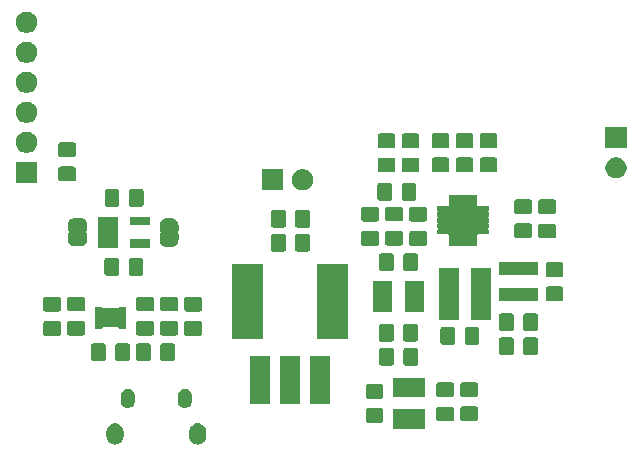
<source format=gbs>
G04 #@! TF.GenerationSoftware,KiCad,Pcbnew,(5.1.5)-3*
G04 #@! TF.CreationDate,2020-06-11T14:27:07+02:00*
G04 #@! TF.ProjectId,Power_module_v0,506f7765-725f-46d6-9f64-756c655f7630,rev?*
G04 #@! TF.SameCoordinates,Original*
G04 #@! TF.FileFunction,Soldermask,Bot*
G04 #@! TF.FilePolarity,Negative*
%FSLAX46Y46*%
G04 Gerber Fmt 4.6, Leading zero omitted, Abs format (unit mm)*
G04 Created by KiCad (PCBNEW (5.1.5)-3) date 2020-06-11 14:27:07*
%MOMM*%
%LPD*%
G04 APERTURE LIST*
%ADD10C,0.100000*%
G04 APERTURE END LIST*
D10*
G36*
X107831220Y-105586245D02*
G01*
X107968071Y-105627759D01*
X107968074Y-105627760D01*
X108094193Y-105695172D01*
X108204743Y-105785898D01*
X108295468Y-105896446D01*
X108362880Y-106022565D01*
X108362880Y-106022566D01*
X108362881Y-106022568D01*
X108404395Y-106159419D01*
X108414900Y-106266081D01*
X108414900Y-106687398D01*
X108404395Y-106794060D01*
X108373683Y-106895304D01*
X108362880Y-106930916D01*
X108295468Y-107057034D01*
X108204743Y-107167583D01*
X108094194Y-107258308D01*
X107968075Y-107325720D01*
X107968072Y-107325721D01*
X107831221Y-107367235D01*
X107688900Y-107381252D01*
X107546580Y-107367235D01*
X107409729Y-107325721D01*
X107409726Y-107325720D01*
X107283607Y-107258308D01*
X107173058Y-107167583D01*
X107082332Y-107057034D01*
X107014920Y-106930915D01*
X107014919Y-106930912D01*
X106973405Y-106794061D01*
X106962900Y-106687399D01*
X106962900Y-106266082D01*
X106973405Y-106159420D01*
X107014919Y-106022569D01*
X107014920Y-106022566D01*
X107082332Y-105896447D01*
X107173058Y-105785897D01*
X107283606Y-105695172D01*
X107409725Y-105627760D01*
X107409728Y-105627759D01*
X107546579Y-105586245D01*
X107688900Y-105572228D01*
X107831220Y-105586245D01*
G37*
G36*
X114831220Y-105586245D02*
G01*
X114968071Y-105627759D01*
X114968074Y-105627760D01*
X115094193Y-105695172D01*
X115204743Y-105785898D01*
X115295468Y-105896446D01*
X115362880Y-106022565D01*
X115362880Y-106022566D01*
X115362881Y-106022568D01*
X115404395Y-106159419D01*
X115414900Y-106266081D01*
X115414900Y-106687398D01*
X115404395Y-106794060D01*
X115373683Y-106895304D01*
X115362880Y-106930916D01*
X115295468Y-107057034D01*
X115204743Y-107167583D01*
X115094194Y-107258308D01*
X114968075Y-107325720D01*
X114968072Y-107325721D01*
X114831221Y-107367235D01*
X114688900Y-107381252D01*
X114546580Y-107367235D01*
X114409729Y-107325721D01*
X114409726Y-107325720D01*
X114283607Y-107258308D01*
X114173058Y-107167583D01*
X114082332Y-107057034D01*
X114014920Y-106930915D01*
X114014919Y-106930912D01*
X113973405Y-106794061D01*
X113962900Y-106687399D01*
X113962900Y-106266082D01*
X113973405Y-106159420D01*
X114014919Y-106022569D01*
X114014920Y-106022566D01*
X114082332Y-105896447D01*
X114173058Y-105785897D01*
X114283606Y-105695172D01*
X114409725Y-105627760D01*
X114409728Y-105627759D01*
X114546579Y-105586245D01*
X114688900Y-105572228D01*
X114831220Y-105586245D01*
G37*
G36*
X133914000Y-106067000D02*
G01*
X131262000Y-106067000D01*
X131262000Y-104405000D01*
X133914000Y-104405000D01*
X133914000Y-106067000D01*
G37*
G36*
X130255674Y-104298465D02*
G01*
X130293367Y-104309899D01*
X130328103Y-104328466D01*
X130358548Y-104353452D01*
X130383534Y-104383897D01*
X130402101Y-104418633D01*
X130413535Y-104456326D01*
X130418000Y-104501661D01*
X130418000Y-105338339D01*
X130413535Y-105383674D01*
X130402101Y-105421367D01*
X130383534Y-105456103D01*
X130358548Y-105486548D01*
X130328103Y-105511534D01*
X130293367Y-105530101D01*
X130255674Y-105541535D01*
X130210339Y-105546000D01*
X129123661Y-105546000D01*
X129078326Y-105541535D01*
X129040633Y-105530101D01*
X129005897Y-105511534D01*
X128975452Y-105486548D01*
X128950466Y-105456103D01*
X128931899Y-105421367D01*
X128920465Y-105383674D01*
X128916000Y-105338339D01*
X128916000Y-104501661D01*
X128920465Y-104456326D01*
X128931899Y-104418633D01*
X128950466Y-104383897D01*
X128975452Y-104353452D01*
X129005897Y-104328466D01*
X129040633Y-104309899D01*
X129078326Y-104298465D01*
X129123661Y-104294000D01*
X130210339Y-104294000D01*
X130255674Y-104298465D01*
G37*
G36*
X136224674Y-104171465D02*
G01*
X136262367Y-104182899D01*
X136297103Y-104201466D01*
X136327548Y-104226452D01*
X136352534Y-104256897D01*
X136371101Y-104291633D01*
X136382535Y-104329326D01*
X136387000Y-104374661D01*
X136387000Y-105211339D01*
X136382535Y-105256674D01*
X136371101Y-105294367D01*
X136352534Y-105329103D01*
X136327548Y-105359548D01*
X136297103Y-105384534D01*
X136262367Y-105403101D01*
X136224674Y-105414535D01*
X136179339Y-105419000D01*
X135092661Y-105419000D01*
X135047326Y-105414535D01*
X135009633Y-105403101D01*
X134974897Y-105384534D01*
X134944452Y-105359548D01*
X134919466Y-105329103D01*
X134900899Y-105294367D01*
X134889465Y-105256674D01*
X134885000Y-105211339D01*
X134885000Y-104374661D01*
X134889465Y-104329326D01*
X134900899Y-104291633D01*
X134919466Y-104256897D01*
X134944452Y-104226452D01*
X134974897Y-104201466D01*
X135009633Y-104182899D01*
X135047326Y-104171465D01*
X135092661Y-104167000D01*
X136179339Y-104167000D01*
X136224674Y-104171465D01*
G37*
G36*
X138256674Y-104153465D02*
G01*
X138294367Y-104164899D01*
X138329103Y-104183466D01*
X138359548Y-104208452D01*
X138384534Y-104238897D01*
X138403101Y-104273633D01*
X138414535Y-104311326D01*
X138419000Y-104356661D01*
X138419000Y-105193339D01*
X138414535Y-105238674D01*
X138403101Y-105276367D01*
X138384534Y-105311103D01*
X138359548Y-105341548D01*
X138329103Y-105366534D01*
X138294367Y-105385101D01*
X138256674Y-105396535D01*
X138211339Y-105401000D01*
X137124661Y-105401000D01*
X137079326Y-105396535D01*
X137041633Y-105385101D01*
X137006897Y-105366534D01*
X136976452Y-105341548D01*
X136951466Y-105311103D01*
X136932899Y-105276367D01*
X136921465Y-105238674D01*
X136917000Y-105193339D01*
X136917000Y-104356661D01*
X136921465Y-104311326D01*
X136932899Y-104273633D01*
X136951466Y-104238897D01*
X136976452Y-104208452D01*
X137006897Y-104183466D01*
X137041633Y-104164899D01*
X137079326Y-104153465D01*
X137124661Y-104149000D01*
X138211339Y-104149000D01*
X138256674Y-104153465D01*
G37*
G36*
X113726717Y-102684436D02*
G01*
X113840004Y-102718802D01*
X113944411Y-102774609D01*
X113944413Y-102774610D01*
X113944412Y-102774610D01*
X114035927Y-102849713D01*
X114099611Y-102927312D01*
X114111031Y-102941228D01*
X114166838Y-103045635D01*
X114201204Y-103158922D01*
X114209900Y-103247221D01*
X114209900Y-103706258D01*
X114201204Y-103794558D01*
X114166838Y-103907845D01*
X114111031Y-104012252D01*
X114035927Y-104103767D01*
X113944412Y-104178871D01*
X113840005Y-104234678D01*
X113726718Y-104269044D01*
X113608900Y-104280647D01*
X113491083Y-104269044D01*
X113377796Y-104234678D01*
X113273389Y-104178871D01*
X113181874Y-104103767D01*
X113106769Y-104012252D01*
X113050962Y-103907845D01*
X113016596Y-103794558D01*
X113007900Y-103706259D01*
X113007900Y-103247222D01*
X113016596Y-103158923D01*
X113050962Y-103045636D01*
X113106769Y-102941229D01*
X113120238Y-102924817D01*
X113181873Y-102849713D01*
X113273387Y-102774610D01*
X113273386Y-102774610D01*
X113273388Y-102774609D01*
X113377795Y-102718802D01*
X113491082Y-102684436D01*
X113608900Y-102672833D01*
X113726717Y-102684436D01*
G37*
G36*
X108886717Y-102684436D02*
G01*
X109000004Y-102718802D01*
X109104411Y-102774609D01*
X109104413Y-102774610D01*
X109104412Y-102774610D01*
X109195927Y-102849713D01*
X109259611Y-102927312D01*
X109271031Y-102941228D01*
X109326838Y-103045635D01*
X109361204Y-103158922D01*
X109369900Y-103247221D01*
X109369900Y-103706258D01*
X109361204Y-103794558D01*
X109326838Y-103907845D01*
X109271031Y-104012252D01*
X109195927Y-104103767D01*
X109104412Y-104178871D01*
X109000005Y-104234678D01*
X108886718Y-104269044D01*
X108768900Y-104280647D01*
X108651083Y-104269044D01*
X108537796Y-104234678D01*
X108433389Y-104178871D01*
X108341874Y-104103767D01*
X108266769Y-104012252D01*
X108210962Y-103907845D01*
X108176596Y-103794558D01*
X108167900Y-103706259D01*
X108167900Y-103247222D01*
X108176596Y-103158923D01*
X108210962Y-103045636D01*
X108266769Y-102941229D01*
X108280238Y-102924817D01*
X108341873Y-102849713D01*
X108433387Y-102774610D01*
X108433386Y-102774610D01*
X108433388Y-102774609D01*
X108537795Y-102718802D01*
X108651082Y-102684436D01*
X108768900Y-102672833D01*
X108886717Y-102684436D01*
G37*
G36*
X123322280Y-103963420D02*
G01*
X121696280Y-103963420D01*
X121696280Y-99861420D01*
X123322280Y-99861420D01*
X123322280Y-103963420D01*
G37*
G36*
X125862280Y-103963420D02*
G01*
X124236280Y-103963420D01*
X124236280Y-99861420D01*
X125862280Y-99861420D01*
X125862280Y-103963420D01*
G37*
G36*
X120782280Y-103963420D02*
G01*
X119156280Y-103963420D01*
X119156280Y-99861420D01*
X120782280Y-99861420D01*
X120782280Y-103963420D01*
G37*
G36*
X130255674Y-102248465D02*
G01*
X130293367Y-102259899D01*
X130328103Y-102278466D01*
X130358548Y-102303452D01*
X130383534Y-102333897D01*
X130402101Y-102368633D01*
X130413535Y-102406326D01*
X130418000Y-102451661D01*
X130418000Y-103288339D01*
X130413535Y-103333674D01*
X130402101Y-103371367D01*
X130383534Y-103406103D01*
X130358548Y-103436548D01*
X130328103Y-103461534D01*
X130293367Y-103480101D01*
X130255674Y-103491535D01*
X130210339Y-103496000D01*
X129123661Y-103496000D01*
X129078326Y-103491535D01*
X129040633Y-103480101D01*
X129005897Y-103461534D01*
X128975452Y-103436548D01*
X128950466Y-103406103D01*
X128931899Y-103371367D01*
X128920465Y-103333674D01*
X128916000Y-103288339D01*
X128916000Y-102451661D01*
X128920465Y-102406326D01*
X128931899Y-102368633D01*
X128950466Y-102333897D01*
X128975452Y-102303452D01*
X129005897Y-102278466D01*
X129040633Y-102259899D01*
X129078326Y-102248465D01*
X129123661Y-102244000D01*
X130210339Y-102244000D01*
X130255674Y-102248465D01*
G37*
G36*
X136224674Y-102121465D02*
G01*
X136262367Y-102132899D01*
X136297103Y-102151466D01*
X136327548Y-102176452D01*
X136352534Y-102206897D01*
X136371101Y-102241633D01*
X136382535Y-102279326D01*
X136387000Y-102324661D01*
X136387000Y-103161339D01*
X136382535Y-103206674D01*
X136371101Y-103244367D01*
X136352534Y-103279103D01*
X136327548Y-103309548D01*
X136297103Y-103334534D01*
X136262367Y-103353101D01*
X136224674Y-103364535D01*
X136179339Y-103369000D01*
X135092661Y-103369000D01*
X135047326Y-103364535D01*
X135009633Y-103353101D01*
X134974897Y-103334534D01*
X134944452Y-103309548D01*
X134919466Y-103279103D01*
X134900899Y-103244367D01*
X134889465Y-103206674D01*
X134885000Y-103161339D01*
X134885000Y-102324661D01*
X134889465Y-102279326D01*
X134900899Y-102241633D01*
X134919466Y-102206897D01*
X134944452Y-102176452D01*
X134974897Y-102151466D01*
X135009633Y-102132899D01*
X135047326Y-102121465D01*
X135092661Y-102117000D01*
X136179339Y-102117000D01*
X136224674Y-102121465D01*
G37*
G36*
X133914000Y-103367000D02*
G01*
X131262000Y-103367000D01*
X131262000Y-101705000D01*
X133914000Y-101705000D01*
X133914000Y-103367000D01*
G37*
G36*
X138256674Y-102103465D02*
G01*
X138294367Y-102114899D01*
X138329103Y-102133466D01*
X138359548Y-102158452D01*
X138384534Y-102188897D01*
X138403101Y-102223633D01*
X138414535Y-102261326D01*
X138419000Y-102306661D01*
X138419000Y-103143339D01*
X138414535Y-103188674D01*
X138403101Y-103226367D01*
X138384534Y-103261103D01*
X138359548Y-103291548D01*
X138329103Y-103316534D01*
X138294367Y-103335101D01*
X138256674Y-103346535D01*
X138211339Y-103351000D01*
X137124661Y-103351000D01*
X137079326Y-103346535D01*
X137041633Y-103335101D01*
X137006897Y-103316534D01*
X136976452Y-103291548D01*
X136951466Y-103261103D01*
X136932899Y-103226367D01*
X136921465Y-103188674D01*
X136917000Y-103143339D01*
X136917000Y-102306661D01*
X136921465Y-102261326D01*
X136932899Y-102223633D01*
X136951466Y-102188897D01*
X136976452Y-102158452D01*
X137006897Y-102133466D01*
X137041633Y-102114899D01*
X137079326Y-102103465D01*
X137124661Y-102099000D01*
X138211339Y-102099000D01*
X138256674Y-102103465D01*
G37*
G36*
X131146674Y-99202465D02*
G01*
X131184367Y-99213899D01*
X131219103Y-99232466D01*
X131249548Y-99257452D01*
X131274534Y-99287897D01*
X131293101Y-99322633D01*
X131304535Y-99360326D01*
X131309000Y-99405661D01*
X131309000Y-100492339D01*
X131304535Y-100537674D01*
X131293101Y-100575367D01*
X131274534Y-100610103D01*
X131249548Y-100640548D01*
X131219103Y-100665534D01*
X131184367Y-100684101D01*
X131146674Y-100695535D01*
X131101339Y-100700000D01*
X130264661Y-100700000D01*
X130219326Y-100695535D01*
X130181633Y-100684101D01*
X130146897Y-100665534D01*
X130116452Y-100640548D01*
X130091466Y-100610103D01*
X130072899Y-100575367D01*
X130061465Y-100537674D01*
X130057000Y-100492339D01*
X130057000Y-99405661D01*
X130061465Y-99360326D01*
X130072899Y-99322633D01*
X130091466Y-99287897D01*
X130116452Y-99257452D01*
X130146897Y-99232466D01*
X130181633Y-99213899D01*
X130219326Y-99202465D01*
X130264661Y-99198000D01*
X131101339Y-99198000D01*
X131146674Y-99202465D01*
G37*
G36*
X133196674Y-99202465D02*
G01*
X133234367Y-99213899D01*
X133269103Y-99232466D01*
X133299548Y-99257452D01*
X133324534Y-99287897D01*
X133343101Y-99322633D01*
X133354535Y-99360326D01*
X133359000Y-99405661D01*
X133359000Y-100492339D01*
X133354535Y-100537674D01*
X133343101Y-100575367D01*
X133324534Y-100610103D01*
X133299548Y-100640548D01*
X133269103Y-100665534D01*
X133234367Y-100684101D01*
X133196674Y-100695535D01*
X133151339Y-100700000D01*
X132314661Y-100700000D01*
X132269326Y-100695535D01*
X132231633Y-100684101D01*
X132196897Y-100665534D01*
X132166452Y-100640548D01*
X132141466Y-100610103D01*
X132122899Y-100575367D01*
X132111465Y-100537674D01*
X132107000Y-100492339D01*
X132107000Y-99405661D01*
X132111465Y-99360326D01*
X132122899Y-99322633D01*
X132141466Y-99287897D01*
X132166452Y-99257452D01*
X132196897Y-99232466D01*
X132231633Y-99213899D01*
X132269326Y-99202465D01*
X132314661Y-99198000D01*
X133151339Y-99198000D01*
X133196674Y-99202465D01*
G37*
G36*
X112613674Y-98821465D02*
G01*
X112651367Y-98832899D01*
X112686103Y-98851466D01*
X112716548Y-98876452D01*
X112741534Y-98906897D01*
X112760101Y-98941633D01*
X112771535Y-98979326D01*
X112776000Y-99024661D01*
X112776000Y-100111339D01*
X112771535Y-100156674D01*
X112760101Y-100194367D01*
X112741534Y-100229103D01*
X112716548Y-100259548D01*
X112686103Y-100284534D01*
X112651367Y-100303101D01*
X112613674Y-100314535D01*
X112568339Y-100319000D01*
X111731661Y-100319000D01*
X111686326Y-100314535D01*
X111648633Y-100303101D01*
X111613897Y-100284534D01*
X111583452Y-100259548D01*
X111558466Y-100229103D01*
X111539899Y-100194367D01*
X111528465Y-100156674D01*
X111524000Y-100111339D01*
X111524000Y-99024661D01*
X111528465Y-98979326D01*
X111539899Y-98941633D01*
X111558466Y-98906897D01*
X111583452Y-98876452D01*
X111613897Y-98851466D01*
X111648633Y-98832899D01*
X111686326Y-98821465D01*
X111731661Y-98817000D01*
X112568339Y-98817000D01*
X112613674Y-98821465D01*
G37*
G36*
X110563674Y-98821465D02*
G01*
X110601367Y-98832899D01*
X110636103Y-98851466D01*
X110666548Y-98876452D01*
X110691534Y-98906897D01*
X110710101Y-98941633D01*
X110721535Y-98979326D01*
X110726000Y-99024661D01*
X110726000Y-100111339D01*
X110721535Y-100156674D01*
X110710101Y-100194367D01*
X110691534Y-100229103D01*
X110666548Y-100259548D01*
X110636103Y-100284534D01*
X110601367Y-100303101D01*
X110563674Y-100314535D01*
X110518339Y-100319000D01*
X109681661Y-100319000D01*
X109636326Y-100314535D01*
X109598633Y-100303101D01*
X109563897Y-100284534D01*
X109533452Y-100259548D01*
X109508466Y-100229103D01*
X109489899Y-100194367D01*
X109478465Y-100156674D01*
X109474000Y-100111339D01*
X109474000Y-99024661D01*
X109478465Y-98979326D01*
X109489899Y-98941633D01*
X109508466Y-98906897D01*
X109533452Y-98876452D01*
X109563897Y-98851466D01*
X109598633Y-98832899D01*
X109636326Y-98821465D01*
X109681661Y-98817000D01*
X110518339Y-98817000D01*
X110563674Y-98821465D01*
G37*
G36*
X108803674Y-98821465D02*
G01*
X108841367Y-98832899D01*
X108876103Y-98851466D01*
X108906548Y-98876452D01*
X108931534Y-98906897D01*
X108950101Y-98941633D01*
X108961535Y-98979326D01*
X108966000Y-99024661D01*
X108966000Y-100111339D01*
X108961535Y-100156674D01*
X108950101Y-100194367D01*
X108931534Y-100229103D01*
X108906548Y-100259548D01*
X108876103Y-100284534D01*
X108841367Y-100303101D01*
X108803674Y-100314535D01*
X108758339Y-100319000D01*
X107921661Y-100319000D01*
X107876326Y-100314535D01*
X107838633Y-100303101D01*
X107803897Y-100284534D01*
X107773452Y-100259548D01*
X107748466Y-100229103D01*
X107729899Y-100194367D01*
X107718465Y-100156674D01*
X107714000Y-100111339D01*
X107714000Y-99024661D01*
X107718465Y-98979326D01*
X107729899Y-98941633D01*
X107748466Y-98906897D01*
X107773452Y-98876452D01*
X107803897Y-98851466D01*
X107838633Y-98832899D01*
X107876326Y-98821465D01*
X107921661Y-98817000D01*
X108758339Y-98817000D01*
X108803674Y-98821465D01*
G37*
G36*
X106753674Y-98821465D02*
G01*
X106791367Y-98832899D01*
X106826103Y-98851466D01*
X106856548Y-98876452D01*
X106881534Y-98906897D01*
X106900101Y-98941633D01*
X106911535Y-98979326D01*
X106916000Y-99024661D01*
X106916000Y-100111339D01*
X106911535Y-100156674D01*
X106900101Y-100194367D01*
X106881534Y-100229103D01*
X106856548Y-100259548D01*
X106826103Y-100284534D01*
X106791367Y-100303101D01*
X106753674Y-100314535D01*
X106708339Y-100319000D01*
X105871661Y-100319000D01*
X105826326Y-100314535D01*
X105788633Y-100303101D01*
X105753897Y-100284534D01*
X105723452Y-100259548D01*
X105698466Y-100229103D01*
X105679899Y-100194367D01*
X105668465Y-100156674D01*
X105664000Y-100111339D01*
X105664000Y-99024661D01*
X105668465Y-98979326D01*
X105679899Y-98941633D01*
X105698466Y-98906897D01*
X105723452Y-98876452D01*
X105753897Y-98851466D01*
X105788633Y-98832899D01*
X105826326Y-98821465D01*
X105871661Y-98817000D01*
X106708339Y-98817000D01*
X106753674Y-98821465D01*
G37*
G36*
X141288674Y-98313465D02*
G01*
X141326367Y-98324899D01*
X141361103Y-98343466D01*
X141391548Y-98368452D01*
X141416534Y-98398897D01*
X141435101Y-98433633D01*
X141446535Y-98471326D01*
X141451000Y-98516661D01*
X141451000Y-99603339D01*
X141446535Y-99648674D01*
X141435101Y-99686367D01*
X141416534Y-99721103D01*
X141391548Y-99751548D01*
X141361103Y-99776534D01*
X141326367Y-99795101D01*
X141288674Y-99806535D01*
X141243339Y-99811000D01*
X140406661Y-99811000D01*
X140361326Y-99806535D01*
X140323633Y-99795101D01*
X140288897Y-99776534D01*
X140258452Y-99751548D01*
X140233466Y-99721103D01*
X140214899Y-99686367D01*
X140203465Y-99648674D01*
X140199000Y-99603339D01*
X140199000Y-98516661D01*
X140203465Y-98471326D01*
X140214899Y-98433633D01*
X140233466Y-98398897D01*
X140258452Y-98368452D01*
X140288897Y-98343466D01*
X140323633Y-98324899D01*
X140361326Y-98313465D01*
X140406661Y-98309000D01*
X141243339Y-98309000D01*
X141288674Y-98313465D01*
G37*
G36*
X143338674Y-98313465D02*
G01*
X143376367Y-98324899D01*
X143411103Y-98343466D01*
X143441548Y-98368452D01*
X143466534Y-98398897D01*
X143485101Y-98433633D01*
X143496535Y-98471326D01*
X143501000Y-98516661D01*
X143501000Y-99603339D01*
X143496535Y-99648674D01*
X143485101Y-99686367D01*
X143466534Y-99721103D01*
X143441548Y-99751548D01*
X143411103Y-99776534D01*
X143376367Y-99795101D01*
X143338674Y-99806535D01*
X143293339Y-99811000D01*
X142456661Y-99811000D01*
X142411326Y-99806535D01*
X142373633Y-99795101D01*
X142338897Y-99776534D01*
X142308452Y-99751548D01*
X142283466Y-99721103D01*
X142264899Y-99686367D01*
X142253465Y-99648674D01*
X142249000Y-99603339D01*
X142249000Y-98516661D01*
X142253465Y-98471326D01*
X142264899Y-98433633D01*
X142283466Y-98398897D01*
X142308452Y-98368452D01*
X142338897Y-98343466D01*
X142373633Y-98324899D01*
X142411326Y-98313465D01*
X142456661Y-98309000D01*
X143293339Y-98309000D01*
X143338674Y-98313465D01*
G37*
G36*
X138385674Y-97424465D02*
G01*
X138423367Y-97435899D01*
X138458103Y-97454466D01*
X138488548Y-97479452D01*
X138513534Y-97509897D01*
X138532101Y-97544633D01*
X138543535Y-97582326D01*
X138548000Y-97627661D01*
X138548000Y-98714339D01*
X138543535Y-98759674D01*
X138532101Y-98797367D01*
X138513534Y-98832103D01*
X138488548Y-98862548D01*
X138458103Y-98887534D01*
X138423367Y-98906101D01*
X138385674Y-98917535D01*
X138340339Y-98922000D01*
X137503661Y-98922000D01*
X137458326Y-98917535D01*
X137420633Y-98906101D01*
X137385897Y-98887534D01*
X137355452Y-98862548D01*
X137330466Y-98832103D01*
X137311899Y-98797367D01*
X137300465Y-98759674D01*
X137296000Y-98714339D01*
X137296000Y-97627661D01*
X137300465Y-97582326D01*
X137311899Y-97544633D01*
X137330466Y-97509897D01*
X137355452Y-97479452D01*
X137385897Y-97454466D01*
X137420633Y-97435899D01*
X137458326Y-97424465D01*
X137503661Y-97420000D01*
X138340339Y-97420000D01*
X138385674Y-97424465D01*
G37*
G36*
X136335674Y-97424465D02*
G01*
X136373367Y-97435899D01*
X136408103Y-97454466D01*
X136438548Y-97479452D01*
X136463534Y-97509897D01*
X136482101Y-97544633D01*
X136493535Y-97582326D01*
X136498000Y-97627661D01*
X136498000Y-98714339D01*
X136493535Y-98759674D01*
X136482101Y-98797367D01*
X136463534Y-98832103D01*
X136438548Y-98862548D01*
X136408103Y-98887534D01*
X136373367Y-98906101D01*
X136335674Y-98917535D01*
X136290339Y-98922000D01*
X135453661Y-98922000D01*
X135408326Y-98917535D01*
X135370633Y-98906101D01*
X135335897Y-98887534D01*
X135305452Y-98862548D01*
X135280466Y-98832103D01*
X135261899Y-98797367D01*
X135250465Y-98759674D01*
X135246000Y-98714339D01*
X135246000Y-97627661D01*
X135250465Y-97582326D01*
X135261899Y-97544633D01*
X135280466Y-97509897D01*
X135305452Y-97479452D01*
X135335897Y-97454466D01*
X135370633Y-97435899D01*
X135408326Y-97424465D01*
X135453661Y-97420000D01*
X136290339Y-97420000D01*
X136335674Y-97424465D01*
G37*
G36*
X131128674Y-97170465D02*
G01*
X131166367Y-97181899D01*
X131201103Y-97200466D01*
X131231548Y-97225452D01*
X131256534Y-97255897D01*
X131275101Y-97290633D01*
X131286535Y-97328326D01*
X131291000Y-97373661D01*
X131291000Y-98460339D01*
X131286535Y-98505674D01*
X131275101Y-98543367D01*
X131256534Y-98578103D01*
X131231548Y-98608548D01*
X131201103Y-98633534D01*
X131166367Y-98652101D01*
X131128674Y-98663535D01*
X131083339Y-98668000D01*
X130246661Y-98668000D01*
X130201326Y-98663535D01*
X130163633Y-98652101D01*
X130128897Y-98633534D01*
X130098452Y-98608548D01*
X130073466Y-98578103D01*
X130054899Y-98543367D01*
X130043465Y-98505674D01*
X130039000Y-98460339D01*
X130039000Y-97373661D01*
X130043465Y-97328326D01*
X130054899Y-97290633D01*
X130073466Y-97255897D01*
X130098452Y-97225452D01*
X130128897Y-97200466D01*
X130163633Y-97181899D01*
X130201326Y-97170465D01*
X130246661Y-97166000D01*
X131083339Y-97166000D01*
X131128674Y-97170465D01*
G37*
G36*
X133178674Y-97170465D02*
G01*
X133216367Y-97181899D01*
X133251103Y-97200466D01*
X133281548Y-97225452D01*
X133306534Y-97255897D01*
X133325101Y-97290633D01*
X133336535Y-97328326D01*
X133341000Y-97373661D01*
X133341000Y-98460339D01*
X133336535Y-98505674D01*
X133325101Y-98543367D01*
X133306534Y-98578103D01*
X133281548Y-98608548D01*
X133251103Y-98633534D01*
X133216367Y-98652101D01*
X133178674Y-98663535D01*
X133133339Y-98668000D01*
X132296661Y-98668000D01*
X132251326Y-98663535D01*
X132213633Y-98652101D01*
X132178897Y-98633534D01*
X132148452Y-98608548D01*
X132123466Y-98578103D01*
X132104899Y-98543367D01*
X132093465Y-98505674D01*
X132089000Y-98460339D01*
X132089000Y-97373661D01*
X132093465Y-97328326D01*
X132104899Y-97290633D01*
X132123466Y-97255897D01*
X132148452Y-97225452D01*
X132178897Y-97200466D01*
X132213633Y-97181899D01*
X132251326Y-97170465D01*
X132296661Y-97166000D01*
X133133339Y-97166000D01*
X133178674Y-97170465D01*
G37*
G36*
X120212000Y-98455000D02*
G01*
X117610000Y-98455000D01*
X117610000Y-92053000D01*
X120212000Y-92053000D01*
X120212000Y-98455000D01*
G37*
G36*
X127412000Y-98455000D02*
G01*
X124810000Y-98455000D01*
X124810000Y-92053000D01*
X127412000Y-92053000D01*
X127412000Y-98455000D01*
G37*
G36*
X102950674Y-96932465D02*
G01*
X102988367Y-96943899D01*
X103023103Y-96962466D01*
X103053548Y-96987452D01*
X103078534Y-97017897D01*
X103097101Y-97052633D01*
X103108535Y-97090326D01*
X103113000Y-97135661D01*
X103113000Y-97972339D01*
X103108535Y-98017674D01*
X103097101Y-98055367D01*
X103078534Y-98090103D01*
X103053548Y-98120548D01*
X103023103Y-98145534D01*
X102988367Y-98164101D01*
X102950674Y-98175535D01*
X102905339Y-98180000D01*
X101818661Y-98180000D01*
X101773326Y-98175535D01*
X101735633Y-98164101D01*
X101700897Y-98145534D01*
X101670452Y-98120548D01*
X101645466Y-98090103D01*
X101626899Y-98055367D01*
X101615465Y-98017674D01*
X101611000Y-97972339D01*
X101611000Y-97135661D01*
X101615465Y-97090326D01*
X101626899Y-97052633D01*
X101645466Y-97017897D01*
X101670452Y-96987452D01*
X101700897Y-96962466D01*
X101735633Y-96943899D01*
X101773326Y-96932465D01*
X101818661Y-96928000D01*
X102905339Y-96928000D01*
X102950674Y-96932465D01*
G37*
G36*
X114888674Y-96923465D02*
G01*
X114926367Y-96934899D01*
X114961103Y-96953466D01*
X114991548Y-96978452D01*
X115016534Y-97008897D01*
X115035101Y-97043633D01*
X115046535Y-97081326D01*
X115051000Y-97126661D01*
X115051000Y-97963339D01*
X115046535Y-98008674D01*
X115035101Y-98046367D01*
X115016534Y-98081103D01*
X114991548Y-98111548D01*
X114961103Y-98136534D01*
X114926367Y-98155101D01*
X114888674Y-98166535D01*
X114843339Y-98171000D01*
X113756661Y-98171000D01*
X113711326Y-98166535D01*
X113673633Y-98155101D01*
X113638897Y-98136534D01*
X113608452Y-98111548D01*
X113583466Y-98081103D01*
X113564899Y-98046367D01*
X113553465Y-98008674D01*
X113549000Y-97963339D01*
X113549000Y-97126661D01*
X113553465Y-97081326D01*
X113564899Y-97043633D01*
X113583466Y-97008897D01*
X113608452Y-96978452D01*
X113638897Y-96953466D01*
X113673633Y-96934899D01*
X113711326Y-96923465D01*
X113756661Y-96919000D01*
X114843339Y-96919000D01*
X114888674Y-96923465D01*
G37*
G36*
X104982674Y-96914465D02*
G01*
X105020367Y-96925899D01*
X105055103Y-96944466D01*
X105085548Y-96969452D01*
X105110534Y-96999897D01*
X105129101Y-97034633D01*
X105140535Y-97072326D01*
X105145000Y-97117661D01*
X105145000Y-97954339D01*
X105140535Y-97999674D01*
X105129101Y-98037367D01*
X105110534Y-98072103D01*
X105085548Y-98102548D01*
X105055103Y-98127534D01*
X105020367Y-98146101D01*
X104982674Y-98157535D01*
X104937339Y-98162000D01*
X103850661Y-98162000D01*
X103805326Y-98157535D01*
X103767633Y-98146101D01*
X103732897Y-98127534D01*
X103702452Y-98102548D01*
X103677466Y-98072103D01*
X103658899Y-98037367D01*
X103647465Y-97999674D01*
X103643000Y-97954339D01*
X103643000Y-97117661D01*
X103647465Y-97072326D01*
X103658899Y-97034633D01*
X103677466Y-96999897D01*
X103702452Y-96969452D01*
X103732897Y-96944466D01*
X103767633Y-96925899D01*
X103805326Y-96914465D01*
X103850661Y-96910000D01*
X104937339Y-96910000D01*
X104982674Y-96914465D01*
G37*
G36*
X112856674Y-96914465D02*
G01*
X112894367Y-96925899D01*
X112929103Y-96944466D01*
X112959548Y-96969452D01*
X112984534Y-96999897D01*
X113003101Y-97034633D01*
X113014535Y-97072326D01*
X113019000Y-97117661D01*
X113019000Y-97954339D01*
X113014535Y-97999674D01*
X113003101Y-98037367D01*
X112984534Y-98072103D01*
X112959548Y-98102548D01*
X112929103Y-98127534D01*
X112894367Y-98146101D01*
X112856674Y-98157535D01*
X112811339Y-98162000D01*
X111724661Y-98162000D01*
X111679326Y-98157535D01*
X111641633Y-98146101D01*
X111606897Y-98127534D01*
X111576452Y-98102548D01*
X111551466Y-98072103D01*
X111532899Y-98037367D01*
X111521465Y-97999674D01*
X111517000Y-97954339D01*
X111517000Y-97117661D01*
X111521465Y-97072326D01*
X111532899Y-97034633D01*
X111551466Y-96999897D01*
X111576452Y-96969452D01*
X111606897Y-96944466D01*
X111641633Y-96925899D01*
X111679326Y-96914465D01*
X111724661Y-96910000D01*
X112811339Y-96910000D01*
X112856674Y-96914465D01*
G37*
G36*
X110824674Y-96914465D02*
G01*
X110862367Y-96925899D01*
X110897103Y-96944466D01*
X110927548Y-96969452D01*
X110952534Y-96999897D01*
X110971101Y-97034633D01*
X110982535Y-97072326D01*
X110987000Y-97117661D01*
X110987000Y-97954339D01*
X110982535Y-97999674D01*
X110971101Y-98037367D01*
X110952534Y-98072103D01*
X110927548Y-98102548D01*
X110897103Y-98127534D01*
X110862367Y-98146101D01*
X110824674Y-98157535D01*
X110779339Y-98162000D01*
X109692661Y-98162000D01*
X109647326Y-98157535D01*
X109609633Y-98146101D01*
X109574897Y-98127534D01*
X109544452Y-98102548D01*
X109519466Y-98072103D01*
X109500899Y-98037367D01*
X109489465Y-97999674D01*
X109485000Y-97954339D01*
X109485000Y-97117661D01*
X109489465Y-97072326D01*
X109500899Y-97034633D01*
X109519466Y-96999897D01*
X109544452Y-96969452D01*
X109574897Y-96944466D01*
X109609633Y-96925899D01*
X109647326Y-96914465D01*
X109692661Y-96910000D01*
X110779339Y-96910000D01*
X110824674Y-96914465D01*
G37*
G36*
X141288674Y-96281465D02*
G01*
X141326367Y-96292899D01*
X141361103Y-96311466D01*
X141391548Y-96336452D01*
X141416534Y-96366897D01*
X141435101Y-96401633D01*
X141446535Y-96439326D01*
X141451000Y-96484661D01*
X141451000Y-97571339D01*
X141446535Y-97616674D01*
X141435101Y-97654367D01*
X141416534Y-97689103D01*
X141391548Y-97719548D01*
X141361103Y-97744534D01*
X141326367Y-97763101D01*
X141288674Y-97774535D01*
X141243339Y-97779000D01*
X140406661Y-97779000D01*
X140361326Y-97774535D01*
X140323633Y-97763101D01*
X140288897Y-97744534D01*
X140258452Y-97719548D01*
X140233466Y-97689103D01*
X140214899Y-97654367D01*
X140203465Y-97616674D01*
X140199000Y-97571339D01*
X140199000Y-96484661D01*
X140203465Y-96439326D01*
X140214899Y-96401633D01*
X140233466Y-96366897D01*
X140258452Y-96336452D01*
X140288897Y-96311466D01*
X140323633Y-96292899D01*
X140361326Y-96281465D01*
X140406661Y-96277000D01*
X141243339Y-96277000D01*
X141288674Y-96281465D01*
G37*
G36*
X143338674Y-96281465D02*
G01*
X143376367Y-96292899D01*
X143411103Y-96311466D01*
X143441548Y-96336452D01*
X143466534Y-96366897D01*
X143485101Y-96401633D01*
X143496535Y-96439326D01*
X143501000Y-96484661D01*
X143501000Y-97571339D01*
X143496535Y-97616674D01*
X143485101Y-97654367D01*
X143466534Y-97689103D01*
X143441548Y-97719548D01*
X143411103Y-97744534D01*
X143376367Y-97763101D01*
X143338674Y-97774535D01*
X143293339Y-97779000D01*
X142456661Y-97779000D01*
X142411326Y-97774535D01*
X142373633Y-97763101D01*
X142338897Y-97744534D01*
X142308452Y-97719548D01*
X142283466Y-97689103D01*
X142264899Y-97654367D01*
X142253465Y-97616674D01*
X142249000Y-97571339D01*
X142249000Y-96484661D01*
X142253465Y-96439326D01*
X142264899Y-96401633D01*
X142283466Y-96366897D01*
X142308452Y-96336452D01*
X142338897Y-96311466D01*
X142373633Y-96292899D01*
X142411326Y-96281465D01*
X142456661Y-96277000D01*
X143293339Y-96277000D01*
X143338674Y-96281465D01*
G37*
G36*
X106616000Y-95721001D02*
G01*
X106618402Y-95745387D01*
X106625515Y-95768836D01*
X106637066Y-95790447D01*
X106652611Y-95809389D01*
X106671553Y-95824934D01*
X106693164Y-95836485D01*
X106716613Y-95843598D01*
X106740999Y-95846000D01*
X107889001Y-95846000D01*
X107913387Y-95843598D01*
X107936836Y-95836485D01*
X107958447Y-95824934D01*
X107977389Y-95809389D01*
X107992934Y-95790447D01*
X108004485Y-95768836D01*
X108011598Y-95745387D01*
X108014000Y-95721001D01*
X108014000Y-95696000D01*
X108616000Y-95696000D01*
X108616000Y-97598000D01*
X108014000Y-97598000D01*
X108014000Y-97572999D01*
X108011598Y-97548613D01*
X108004485Y-97525164D01*
X107992934Y-97503553D01*
X107977389Y-97484611D01*
X107958447Y-97469066D01*
X107936836Y-97457515D01*
X107913387Y-97450402D01*
X107889001Y-97448000D01*
X106740999Y-97448000D01*
X106716613Y-97450402D01*
X106693164Y-97457515D01*
X106671553Y-97469066D01*
X106652611Y-97484611D01*
X106637066Y-97503553D01*
X106625515Y-97525164D01*
X106618402Y-97548613D01*
X106616000Y-97572999D01*
X106616000Y-97598000D01*
X106014000Y-97598000D01*
X106014000Y-95696000D01*
X106616000Y-95696000D01*
X106616000Y-95721001D01*
G37*
G36*
X136835000Y-96816000D02*
G01*
X135133000Y-96816000D01*
X135133000Y-92414000D01*
X136835000Y-92414000D01*
X136835000Y-96816000D01*
G37*
G36*
X139535000Y-96816000D02*
G01*
X137833000Y-96816000D01*
X137833000Y-92414000D01*
X139535000Y-92414000D01*
X139535000Y-96816000D01*
G37*
G36*
X131180000Y-96195000D02*
G01*
X129518000Y-96195000D01*
X129518000Y-93543000D01*
X131180000Y-93543000D01*
X131180000Y-96195000D01*
G37*
G36*
X133880000Y-96195000D02*
G01*
X132218000Y-96195000D01*
X132218000Y-93543000D01*
X133880000Y-93543000D01*
X133880000Y-96195000D01*
G37*
G36*
X102950674Y-94882465D02*
G01*
X102988367Y-94893899D01*
X103023103Y-94912466D01*
X103053548Y-94937452D01*
X103078534Y-94967897D01*
X103097101Y-95002633D01*
X103108535Y-95040326D01*
X103113000Y-95085661D01*
X103113000Y-95922339D01*
X103108535Y-95967674D01*
X103097101Y-96005367D01*
X103078534Y-96040103D01*
X103053548Y-96070548D01*
X103023103Y-96095534D01*
X102988367Y-96114101D01*
X102950674Y-96125535D01*
X102905339Y-96130000D01*
X101818661Y-96130000D01*
X101773326Y-96125535D01*
X101735633Y-96114101D01*
X101700897Y-96095534D01*
X101670452Y-96070548D01*
X101645466Y-96040103D01*
X101626899Y-96005367D01*
X101615465Y-95967674D01*
X101611000Y-95922339D01*
X101611000Y-95085661D01*
X101615465Y-95040326D01*
X101626899Y-95002633D01*
X101645466Y-94967897D01*
X101670452Y-94937452D01*
X101700897Y-94912466D01*
X101735633Y-94893899D01*
X101773326Y-94882465D01*
X101818661Y-94878000D01*
X102905339Y-94878000D01*
X102950674Y-94882465D01*
G37*
G36*
X114888674Y-94873465D02*
G01*
X114926367Y-94884899D01*
X114961103Y-94903466D01*
X114991548Y-94928452D01*
X115016534Y-94958897D01*
X115035101Y-94993633D01*
X115046535Y-95031326D01*
X115051000Y-95076661D01*
X115051000Y-95913339D01*
X115046535Y-95958674D01*
X115035101Y-95996367D01*
X115016534Y-96031103D01*
X114991548Y-96061548D01*
X114961103Y-96086534D01*
X114926367Y-96105101D01*
X114888674Y-96116535D01*
X114843339Y-96121000D01*
X113756661Y-96121000D01*
X113711326Y-96116535D01*
X113673633Y-96105101D01*
X113638897Y-96086534D01*
X113608452Y-96061548D01*
X113583466Y-96031103D01*
X113564899Y-95996367D01*
X113553465Y-95958674D01*
X113549000Y-95913339D01*
X113549000Y-95076661D01*
X113553465Y-95031326D01*
X113564899Y-94993633D01*
X113583466Y-94958897D01*
X113608452Y-94928452D01*
X113638897Y-94903466D01*
X113673633Y-94884899D01*
X113711326Y-94873465D01*
X113756661Y-94869000D01*
X114843339Y-94869000D01*
X114888674Y-94873465D01*
G37*
G36*
X112856674Y-94864465D02*
G01*
X112894367Y-94875899D01*
X112929103Y-94894466D01*
X112959548Y-94919452D01*
X112984534Y-94949897D01*
X113003101Y-94984633D01*
X113014535Y-95022326D01*
X113019000Y-95067661D01*
X113019000Y-95904339D01*
X113014535Y-95949674D01*
X113003101Y-95987367D01*
X112984534Y-96022103D01*
X112959548Y-96052548D01*
X112929103Y-96077534D01*
X112894367Y-96096101D01*
X112856674Y-96107535D01*
X112811339Y-96112000D01*
X111724661Y-96112000D01*
X111679326Y-96107535D01*
X111641633Y-96096101D01*
X111606897Y-96077534D01*
X111576452Y-96052548D01*
X111551466Y-96022103D01*
X111532899Y-95987367D01*
X111521465Y-95949674D01*
X111517000Y-95904339D01*
X111517000Y-95067661D01*
X111521465Y-95022326D01*
X111532899Y-94984633D01*
X111551466Y-94949897D01*
X111576452Y-94919452D01*
X111606897Y-94894466D01*
X111641633Y-94875899D01*
X111679326Y-94864465D01*
X111724661Y-94860000D01*
X112811339Y-94860000D01*
X112856674Y-94864465D01*
G37*
G36*
X104982674Y-94864465D02*
G01*
X105020367Y-94875899D01*
X105055103Y-94894466D01*
X105085548Y-94919452D01*
X105110534Y-94949897D01*
X105129101Y-94984633D01*
X105140535Y-95022326D01*
X105145000Y-95067661D01*
X105145000Y-95904339D01*
X105140535Y-95949674D01*
X105129101Y-95987367D01*
X105110534Y-96022103D01*
X105085548Y-96052548D01*
X105055103Y-96077534D01*
X105020367Y-96096101D01*
X104982674Y-96107535D01*
X104937339Y-96112000D01*
X103850661Y-96112000D01*
X103805326Y-96107535D01*
X103767633Y-96096101D01*
X103732897Y-96077534D01*
X103702452Y-96052548D01*
X103677466Y-96022103D01*
X103658899Y-95987367D01*
X103647465Y-95949674D01*
X103643000Y-95904339D01*
X103643000Y-95067661D01*
X103647465Y-95022326D01*
X103658899Y-94984633D01*
X103677466Y-94949897D01*
X103702452Y-94919452D01*
X103732897Y-94894466D01*
X103767633Y-94875899D01*
X103805326Y-94864465D01*
X103850661Y-94860000D01*
X104937339Y-94860000D01*
X104982674Y-94864465D01*
G37*
G36*
X110824674Y-94864465D02*
G01*
X110862367Y-94875899D01*
X110897103Y-94894466D01*
X110927548Y-94919452D01*
X110952534Y-94949897D01*
X110971101Y-94984633D01*
X110982535Y-95022326D01*
X110987000Y-95067661D01*
X110987000Y-95904339D01*
X110982535Y-95949674D01*
X110971101Y-95987367D01*
X110952534Y-96022103D01*
X110927548Y-96052548D01*
X110897103Y-96077534D01*
X110862367Y-96096101D01*
X110824674Y-96107535D01*
X110779339Y-96112000D01*
X109692661Y-96112000D01*
X109647326Y-96107535D01*
X109609633Y-96096101D01*
X109574897Y-96077534D01*
X109544452Y-96052548D01*
X109519466Y-96022103D01*
X109500899Y-95987367D01*
X109489465Y-95949674D01*
X109485000Y-95904339D01*
X109485000Y-95067661D01*
X109489465Y-95022326D01*
X109500899Y-94984633D01*
X109519466Y-94949897D01*
X109544452Y-94919452D01*
X109574897Y-94894466D01*
X109609633Y-94875899D01*
X109647326Y-94864465D01*
X109692661Y-94860000D01*
X110779339Y-94860000D01*
X110824674Y-94864465D01*
G37*
G36*
X145495674Y-93993465D02*
G01*
X145533367Y-94004899D01*
X145568103Y-94023466D01*
X145598548Y-94048452D01*
X145623534Y-94078897D01*
X145642101Y-94113633D01*
X145653535Y-94151326D01*
X145658000Y-94196661D01*
X145658000Y-95033339D01*
X145653535Y-95078674D01*
X145642101Y-95116367D01*
X145623534Y-95151103D01*
X145598548Y-95181548D01*
X145568103Y-95206534D01*
X145533367Y-95225101D01*
X145495674Y-95236535D01*
X145450339Y-95241000D01*
X144363661Y-95241000D01*
X144318326Y-95236535D01*
X144280633Y-95225101D01*
X144245897Y-95206534D01*
X144215452Y-95181548D01*
X144190466Y-95151103D01*
X144171899Y-95116367D01*
X144160465Y-95078674D01*
X144156000Y-95033339D01*
X144156000Y-94196661D01*
X144160465Y-94151326D01*
X144171899Y-94113633D01*
X144190466Y-94078897D01*
X144215452Y-94048452D01*
X144245897Y-94023466D01*
X144280633Y-94004899D01*
X144318326Y-93993465D01*
X144363661Y-93989000D01*
X145450339Y-93989000D01*
X145495674Y-93993465D01*
G37*
G36*
X143510000Y-95207000D02*
G01*
X140208000Y-95207000D01*
X140208000Y-94105000D01*
X143510000Y-94105000D01*
X143510000Y-95207000D01*
G37*
G36*
X145495674Y-91943465D02*
G01*
X145533367Y-91954899D01*
X145568103Y-91973466D01*
X145598548Y-91998452D01*
X145623534Y-92028897D01*
X145642101Y-92063633D01*
X145653535Y-92101326D01*
X145658000Y-92146661D01*
X145658000Y-92983339D01*
X145653535Y-93028674D01*
X145642101Y-93066367D01*
X145623534Y-93101103D01*
X145598548Y-93131548D01*
X145568103Y-93156534D01*
X145533367Y-93175101D01*
X145495674Y-93186535D01*
X145450339Y-93191000D01*
X144363661Y-93191000D01*
X144318326Y-93186535D01*
X144280633Y-93175101D01*
X144245897Y-93156534D01*
X144215452Y-93131548D01*
X144190466Y-93101103D01*
X144171899Y-93066367D01*
X144160465Y-93028674D01*
X144156000Y-92983339D01*
X144156000Y-92146661D01*
X144160465Y-92101326D01*
X144171899Y-92063633D01*
X144190466Y-92028897D01*
X144215452Y-91998452D01*
X144245897Y-91973466D01*
X144280633Y-91954899D01*
X144318326Y-91943465D01*
X144363661Y-91939000D01*
X145450339Y-91939000D01*
X145495674Y-91943465D01*
G37*
G36*
X109937674Y-91582465D02*
G01*
X109975367Y-91593899D01*
X110010103Y-91612466D01*
X110040548Y-91637452D01*
X110065534Y-91667897D01*
X110084101Y-91702633D01*
X110095535Y-91740326D01*
X110100000Y-91785661D01*
X110100000Y-92872339D01*
X110095535Y-92917674D01*
X110084101Y-92955367D01*
X110065534Y-92990103D01*
X110040548Y-93020548D01*
X110010103Y-93045534D01*
X109975367Y-93064101D01*
X109937674Y-93075535D01*
X109892339Y-93080000D01*
X109055661Y-93080000D01*
X109010326Y-93075535D01*
X108972633Y-93064101D01*
X108937897Y-93045534D01*
X108907452Y-93020548D01*
X108882466Y-92990103D01*
X108863899Y-92955367D01*
X108852465Y-92917674D01*
X108848000Y-92872339D01*
X108848000Y-91785661D01*
X108852465Y-91740326D01*
X108863899Y-91702633D01*
X108882466Y-91667897D01*
X108907452Y-91637452D01*
X108937897Y-91612466D01*
X108972633Y-91593899D01*
X109010326Y-91582465D01*
X109055661Y-91578000D01*
X109892339Y-91578000D01*
X109937674Y-91582465D01*
G37*
G36*
X107887674Y-91582465D02*
G01*
X107925367Y-91593899D01*
X107960103Y-91612466D01*
X107990548Y-91637452D01*
X108015534Y-91667897D01*
X108034101Y-91702633D01*
X108045535Y-91740326D01*
X108050000Y-91785661D01*
X108050000Y-92872339D01*
X108045535Y-92917674D01*
X108034101Y-92955367D01*
X108015534Y-92990103D01*
X107990548Y-93020548D01*
X107960103Y-93045534D01*
X107925367Y-93064101D01*
X107887674Y-93075535D01*
X107842339Y-93080000D01*
X107005661Y-93080000D01*
X106960326Y-93075535D01*
X106922633Y-93064101D01*
X106887897Y-93045534D01*
X106857452Y-93020548D01*
X106832466Y-92990103D01*
X106813899Y-92955367D01*
X106802465Y-92917674D01*
X106798000Y-92872339D01*
X106798000Y-91785661D01*
X106802465Y-91740326D01*
X106813899Y-91702633D01*
X106832466Y-91667897D01*
X106857452Y-91637452D01*
X106887897Y-91612466D01*
X106922633Y-91593899D01*
X106960326Y-91582465D01*
X107005661Y-91578000D01*
X107842339Y-91578000D01*
X107887674Y-91582465D01*
G37*
G36*
X143510000Y-93007000D02*
G01*
X140208000Y-93007000D01*
X140208000Y-91905000D01*
X143510000Y-91905000D01*
X143510000Y-93007000D01*
G37*
G36*
X133187674Y-91201465D02*
G01*
X133225367Y-91212899D01*
X133260103Y-91231466D01*
X133290548Y-91256452D01*
X133315534Y-91286897D01*
X133334101Y-91321633D01*
X133345535Y-91359326D01*
X133350000Y-91404661D01*
X133350000Y-92491339D01*
X133345535Y-92536674D01*
X133334101Y-92574367D01*
X133315534Y-92609103D01*
X133290548Y-92639548D01*
X133260103Y-92664534D01*
X133225367Y-92683101D01*
X133187674Y-92694535D01*
X133142339Y-92699000D01*
X132305661Y-92699000D01*
X132260326Y-92694535D01*
X132222633Y-92683101D01*
X132187897Y-92664534D01*
X132157452Y-92639548D01*
X132132466Y-92609103D01*
X132113899Y-92574367D01*
X132102465Y-92536674D01*
X132098000Y-92491339D01*
X132098000Y-91404661D01*
X132102465Y-91359326D01*
X132113899Y-91321633D01*
X132132466Y-91286897D01*
X132157452Y-91256452D01*
X132187897Y-91231466D01*
X132222633Y-91212899D01*
X132260326Y-91201465D01*
X132305661Y-91197000D01*
X133142339Y-91197000D01*
X133187674Y-91201465D01*
G37*
G36*
X131137674Y-91201465D02*
G01*
X131175367Y-91212899D01*
X131210103Y-91231466D01*
X131240548Y-91256452D01*
X131265534Y-91286897D01*
X131284101Y-91321633D01*
X131295535Y-91359326D01*
X131300000Y-91404661D01*
X131300000Y-92491339D01*
X131295535Y-92536674D01*
X131284101Y-92574367D01*
X131265534Y-92609103D01*
X131240548Y-92639548D01*
X131210103Y-92664534D01*
X131175367Y-92683101D01*
X131137674Y-92694535D01*
X131092339Y-92699000D01*
X130255661Y-92699000D01*
X130210326Y-92694535D01*
X130172633Y-92683101D01*
X130137897Y-92664534D01*
X130107452Y-92639548D01*
X130082466Y-92609103D01*
X130063899Y-92574367D01*
X130052465Y-92536674D01*
X130048000Y-92491339D01*
X130048000Y-91404661D01*
X130052465Y-91359326D01*
X130063899Y-91321633D01*
X130082466Y-91286897D01*
X130107452Y-91256452D01*
X130137897Y-91231466D01*
X130172633Y-91212899D01*
X130210326Y-91201465D01*
X130255661Y-91197000D01*
X131092339Y-91197000D01*
X131137674Y-91201465D01*
G37*
G36*
X124034674Y-89550465D02*
G01*
X124072367Y-89561899D01*
X124107103Y-89580466D01*
X124137548Y-89605452D01*
X124162534Y-89635897D01*
X124181101Y-89670633D01*
X124192535Y-89708326D01*
X124197000Y-89753661D01*
X124197000Y-90840339D01*
X124192535Y-90885674D01*
X124181101Y-90923367D01*
X124162534Y-90958103D01*
X124137548Y-90988548D01*
X124107103Y-91013534D01*
X124072367Y-91032101D01*
X124034674Y-91043535D01*
X123989339Y-91048000D01*
X123152661Y-91048000D01*
X123107326Y-91043535D01*
X123069633Y-91032101D01*
X123034897Y-91013534D01*
X123004452Y-90988548D01*
X122979466Y-90958103D01*
X122960899Y-90923367D01*
X122949465Y-90885674D01*
X122945000Y-90840339D01*
X122945000Y-89753661D01*
X122949465Y-89708326D01*
X122960899Y-89670633D01*
X122979466Y-89635897D01*
X123004452Y-89605452D01*
X123034897Y-89580466D01*
X123069633Y-89561899D01*
X123107326Y-89550465D01*
X123152661Y-89546000D01*
X123989339Y-89546000D01*
X124034674Y-89550465D01*
G37*
G36*
X121984674Y-89550465D02*
G01*
X122022367Y-89561899D01*
X122057103Y-89580466D01*
X122087548Y-89605452D01*
X122112534Y-89635897D01*
X122131101Y-89670633D01*
X122142535Y-89708326D01*
X122147000Y-89753661D01*
X122147000Y-90840339D01*
X122142535Y-90885674D01*
X122131101Y-90923367D01*
X122112534Y-90958103D01*
X122087548Y-90988548D01*
X122057103Y-91013534D01*
X122022367Y-91032101D01*
X121984674Y-91043535D01*
X121939339Y-91048000D01*
X121102661Y-91048000D01*
X121057326Y-91043535D01*
X121019633Y-91032101D01*
X120984897Y-91013534D01*
X120954452Y-90988548D01*
X120929466Y-90958103D01*
X120910899Y-90923367D01*
X120899465Y-90885674D01*
X120895000Y-90840339D01*
X120895000Y-89753661D01*
X120899465Y-89708326D01*
X120910899Y-89670633D01*
X120929466Y-89635897D01*
X120954452Y-89605452D01*
X120984897Y-89580466D01*
X121019633Y-89561899D01*
X121057326Y-89550465D01*
X121102661Y-89546000D01*
X121939339Y-89546000D01*
X121984674Y-89550465D01*
G37*
G36*
X110639000Y-90734000D02*
G01*
X108977000Y-90734000D01*
X108977000Y-89982000D01*
X110639000Y-89982000D01*
X110639000Y-90734000D01*
G37*
G36*
X107939000Y-90734000D02*
G01*
X106277000Y-90734000D01*
X106277000Y-88082000D01*
X107939000Y-88082000D01*
X107939000Y-90734000D01*
G37*
G36*
X112530199Y-88222954D02*
G01*
X112542450Y-88223556D01*
X112560869Y-88223556D01*
X112583149Y-88225750D01*
X112667233Y-88242476D01*
X112688660Y-88248976D01*
X112767858Y-88281780D01*
X112773303Y-88284691D01*
X112773309Y-88284693D01*
X112782169Y-88289429D01*
X112782173Y-88289432D01*
X112787614Y-88292340D01*
X112858899Y-88339971D01*
X112876204Y-88354172D01*
X112936828Y-88414796D01*
X112951029Y-88432101D01*
X112998660Y-88503386D01*
X113001568Y-88508827D01*
X113001571Y-88508831D01*
X113006307Y-88517691D01*
X113006309Y-88517697D01*
X113009220Y-88523142D01*
X113042024Y-88602340D01*
X113048524Y-88623767D01*
X113065250Y-88707851D01*
X113067444Y-88730131D01*
X113067444Y-88748550D01*
X113068046Y-88760801D01*
X113069852Y-88779139D01*
X113069852Y-89266860D01*
X113068263Y-89282999D01*
X113065348Y-89292608D01*
X113060610Y-89301472D01*
X113054237Y-89309237D01*
X113041794Y-89319448D01*
X113031425Y-89326378D01*
X113014098Y-89343705D01*
X113000485Y-89364080D01*
X112991109Y-89386720D01*
X112986329Y-89410753D01*
X112986330Y-89435257D01*
X112991112Y-89459290D01*
X113000490Y-89481929D01*
X113014105Y-89502302D01*
X113031432Y-89519629D01*
X113041802Y-89526558D01*
X113054237Y-89536763D01*
X113060610Y-89544528D01*
X113065348Y-89553392D01*
X113068263Y-89563001D01*
X113069852Y-89579140D01*
X113069852Y-90066862D01*
X113068046Y-90085199D01*
X113067444Y-90097450D01*
X113067444Y-90115869D01*
X113065250Y-90138149D01*
X113048524Y-90222233D01*
X113042024Y-90243660D01*
X113009220Y-90322858D01*
X113006309Y-90328303D01*
X113006307Y-90328309D01*
X113001571Y-90337169D01*
X113001568Y-90337173D01*
X112998660Y-90342614D01*
X112951029Y-90413899D01*
X112936828Y-90431204D01*
X112876204Y-90491828D01*
X112858899Y-90506029D01*
X112787614Y-90553660D01*
X112782173Y-90556568D01*
X112782169Y-90556571D01*
X112773309Y-90561307D01*
X112773303Y-90561309D01*
X112767858Y-90564220D01*
X112688660Y-90597024D01*
X112667233Y-90603524D01*
X112583149Y-90620250D01*
X112560869Y-90622444D01*
X112542450Y-90622444D01*
X112530199Y-90623046D01*
X112511862Y-90624852D01*
X112024138Y-90624852D01*
X112005801Y-90623046D01*
X111993550Y-90622444D01*
X111975131Y-90622444D01*
X111952851Y-90620250D01*
X111868767Y-90603524D01*
X111847340Y-90597024D01*
X111768142Y-90564220D01*
X111762697Y-90561309D01*
X111762691Y-90561307D01*
X111753831Y-90556571D01*
X111753827Y-90556568D01*
X111748386Y-90553660D01*
X111677101Y-90506029D01*
X111659796Y-90491828D01*
X111599172Y-90431204D01*
X111584971Y-90413899D01*
X111537340Y-90342614D01*
X111534432Y-90337173D01*
X111534429Y-90337169D01*
X111529693Y-90328309D01*
X111529691Y-90328303D01*
X111526780Y-90322858D01*
X111493976Y-90243660D01*
X111487476Y-90222233D01*
X111470750Y-90138149D01*
X111468556Y-90115869D01*
X111468556Y-90097450D01*
X111467954Y-90085199D01*
X111466148Y-90066862D01*
X111466148Y-89579140D01*
X111467737Y-89563001D01*
X111470652Y-89553392D01*
X111475390Y-89544528D01*
X111481763Y-89536763D01*
X111494206Y-89526552D01*
X111504575Y-89519622D01*
X111521902Y-89502295D01*
X111535515Y-89481920D01*
X111544891Y-89459280D01*
X111549671Y-89435247D01*
X111549670Y-89410743D01*
X111544888Y-89386710D01*
X111535510Y-89364071D01*
X111521895Y-89343698D01*
X111504568Y-89326371D01*
X111494198Y-89319442D01*
X111481763Y-89309237D01*
X111475390Y-89301472D01*
X111470652Y-89292608D01*
X111467737Y-89282999D01*
X111466148Y-89266860D01*
X111466148Y-88779139D01*
X111467954Y-88760801D01*
X111468556Y-88748550D01*
X111468556Y-88730131D01*
X111470750Y-88707851D01*
X111487476Y-88623767D01*
X111493976Y-88602340D01*
X111526780Y-88523142D01*
X111529691Y-88517697D01*
X111529693Y-88517691D01*
X111534429Y-88508831D01*
X111534432Y-88508827D01*
X111537340Y-88503386D01*
X111584971Y-88432101D01*
X111599172Y-88414796D01*
X111659796Y-88354172D01*
X111677101Y-88339971D01*
X111748386Y-88292340D01*
X111753827Y-88289432D01*
X111753831Y-88289429D01*
X111762691Y-88284693D01*
X111762697Y-88284691D01*
X111768142Y-88281780D01*
X111847340Y-88248976D01*
X111868767Y-88242476D01*
X111952851Y-88225750D01*
X111975131Y-88223556D01*
X111993550Y-88223556D01*
X112005801Y-88222954D01*
X112024139Y-88221148D01*
X112511861Y-88221148D01*
X112530199Y-88222954D01*
G37*
G36*
X104783199Y-88192954D02*
G01*
X104795450Y-88193556D01*
X104813869Y-88193556D01*
X104836149Y-88195750D01*
X104920233Y-88212476D01*
X104941660Y-88218976D01*
X105020858Y-88251780D01*
X105026303Y-88254691D01*
X105026309Y-88254693D01*
X105035169Y-88259429D01*
X105035173Y-88259432D01*
X105040614Y-88262340D01*
X105111899Y-88309971D01*
X105129204Y-88324172D01*
X105189828Y-88384796D01*
X105204029Y-88402101D01*
X105251660Y-88473386D01*
X105254568Y-88478827D01*
X105254571Y-88478831D01*
X105259307Y-88487691D01*
X105259309Y-88487697D01*
X105262220Y-88493142D01*
X105295024Y-88572340D01*
X105301524Y-88593767D01*
X105318250Y-88677851D01*
X105320444Y-88700131D01*
X105320444Y-88718550D01*
X105321046Y-88730801D01*
X105322852Y-88749139D01*
X105322852Y-89236860D01*
X105321263Y-89252999D01*
X105318348Y-89262608D01*
X105313610Y-89271472D01*
X105307237Y-89279237D01*
X105294794Y-89289448D01*
X105284425Y-89296378D01*
X105267098Y-89313705D01*
X105253485Y-89334080D01*
X105244109Y-89356720D01*
X105239329Y-89380753D01*
X105239330Y-89405257D01*
X105244112Y-89429290D01*
X105253490Y-89451929D01*
X105267105Y-89472302D01*
X105284432Y-89489629D01*
X105294802Y-89496558D01*
X105307237Y-89506763D01*
X105313610Y-89514528D01*
X105318348Y-89523392D01*
X105321263Y-89533001D01*
X105322852Y-89549140D01*
X105322852Y-90036862D01*
X105321046Y-90055199D01*
X105320444Y-90067450D01*
X105320444Y-90085869D01*
X105318250Y-90108149D01*
X105301524Y-90192233D01*
X105295024Y-90213660D01*
X105262220Y-90292858D01*
X105259309Y-90298303D01*
X105259307Y-90298309D01*
X105254571Y-90307169D01*
X105254568Y-90307173D01*
X105251660Y-90312614D01*
X105204029Y-90383899D01*
X105189828Y-90401204D01*
X105129204Y-90461828D01*
X105111899Y-90476029D01*
X105040614Y-90523660D01*
X105035173Y-90526568D01*
X105035169Y-90526571D01*
X105026309Y-90531307D01*
X105026303Y-90531309D01*
X105020858Y-90534220D01*
X104941660Y-90567024D01*
X104920233Y-90573524D01*
X104836149Y-90590250D01*
X104813869Y-90592444D01*
X104795450Y-90592444D01*
X104783199Y-90593046D01*
X104764862Y-90594852D01*
X104277138Y-90594852D01*
X104258801Y-90593046D01*
X104246550Y-90592444D01*
X104228131Y-90592444D01*
X104205851Y-90590250D01*
X104121767Y-90573524D01*
X104100340Y-90567024D01*
X104021142Y-90534220D01*
X104015697Y-90531309D01*
X104015691Y-90531307D01*
X104006831Y-90526571D01*
X104006827Y-90526568D01*
X104001386Y-90523660D01*
X103930101Y-90476029D01*
X103912796Y-90461828D01*
X103852172Y-90401204D01*
X103837971Y-90383899D01*
X103790340Y-90312614D01*
X103787432Y-90307173D01*
X103787429Y-90307169D01*
X103782693Y-90298309D01*
X103782691Y-90298303D01*
X103779780Y-90292858D01*
X103746976Y-90213660D01*
X103740476Y-90192233D01*
X103723750Y-90108149D01*
X103721556Y-90085869D01*
X103721556Y-90067450D01*
X103720954Y-90055199D01*
X103719148Y-90036862D01*
X103719148Y-89549140D01*
X103720737Y-89533001D01*
X103723652Y-89523392D01*
X103728390Y-89514528D01*
X103734763Y-89506763D01*
X103747206Y-89496552D01*
X103757575Y-89489622D01*
X103774902Y-89472295D01*
X103788515Y-89451920D01*
X103797891Y-89429280D01*
X103802671Y-89405247D01*
X103802670Y-89380743D01*
X103797888Y-89356710D01*
X103788510Y-89334071D01*
X103774895Y-89313698D01*
X103757568Y-89296371D01*
X103747198Y-89289442D01*
X103734763Y-89279237D01*
X103728390Y-89271472D01*
X103723652Y-89262608D01*
X103720737Y-89252999D01*
X103719148Y-89236860D01*
X103719148Y-88749139D01*
X103720954Y-88730801D01*
X103721556Y-88718550D01*
X103721556Y-88700131D01*
X103723750Y-88677851D01*
X103740476Y-88593767D01*
X103746976Y-88572340D01*
X103779780Y-88493142D01*
X103782691Y-88487697D01*
X103782693Y-88487691D01*
X103787429Y-88478831D01*
X103787432Y-88478827D01*
X103790340Y-88473386D01*
X103837971Y-88402101D01*
X103852172Y-88384796D01*
X103912796Y-88324172D01*
X103930101Y-88309971D01*
X104001386Y-88262340D01*
X104006827Y-88259432D01*
X104006831Y-88259429D01*
X104015691Y-88254693D01*
X104015697Y-88254691D01*
X104021142Y-88251780D01*
X104100340Y-88218976D01*
X104121767Y-88212476D01*
X104205851Y-88195750D01*
X104228131Y-88193556D01*
X104246550Y-88193556D01*
X104258801Y-88192954D01*
X104277139Y-88191148D01*
X104764861Y-88191148D01*
X104783199Y-88192954D01*
G37*
G36*
X136315355Y-86217083D02*
G01*
X136320029Y-86218501D01*
X136324330Y-86220800D01*
X136330702Y-86226029D01*
X136351076Y-86239643D01*
X136373715Y-86249020D01*
X136397749Y-86253800D01*
X136422253Y-86253800D01*
X136446286Y-86249019D01*
X136468925Y-86239642D01*
X136489298Y-86226029D01*
X136495670Y-86220800D01*
X136499971Y-86218501D01*
X136504645Y-86217083D01*
X136515641Y-86216000D01*
X136804359Y-86216000D01*
X136815355Y-86217083D01*
X136820029Y-86218501D01*
X136824330Y-86220800D01*
X136830702Y-86226029D01*
X136851076Y-86239643D01*
X136873715Y-86249020D01*
X136897749Y-86253800D01*
X136922253Y-86253800D01*
X136946286Y-86249019D01*
X136968925Y-86239642D01*
X136989298Y-86226029D01*
X136995670Y-86220800D01*
X136999971Y-86218501D01*
X137004645Y-86217083D01*
X137015641Y-86216000D01*
X137304359Y-86216000D01*
X137315355Y-86217083D01*
X137320029Y-86218501D01*
X137324330Y-86220800D01*
X137330702Y-86226029D01*
X137351076Y-86239643D01*
X137373715Y-86249020D01*
X137397749Y-86253800D01*
X137422253Y-86253800D01*
X137446286Y-86249019D01*
X137468925Y-86239642D01*
X137489298Y-86226029D01*
X137495670Y-86220800D01*
X137499971Y-86218501D01*
X137504645Y-86217083D01*
X137515641Y-86216000D01*
X137804359Y-86216000D01*
X137815355Y-86217083D01*
X137820029Y-86218501D01*
X137824330Y-86220800D01*
X137830702Y-86226029D01*
X137851076Y-86239643D01*
X137873715Y-86249020D01*
X137897749Y-86253800D01*
X137922253Y-86253800D01*
X137946286Y-86249019D01*
X137968925Y-86239642D01*
X137989298Y-86226029D01*
X137995670Y-86220800D01*
X137999971Y-86218501D01*
X138004645Y-86217083D01*
X138015641Y-86216000D01*
X138304359Y-86216000D01*
X138315355Y-86217083D01*
X138320029Y-86218501D01*
X138324331Y-86220800D01*
X138328104Y-86223896D01*
X138331200Y-86227669D01*
X138333499Y-86231971D01*
X138334917Y-86236645D01*
X138336000Y-86247641D01*
X138336000Y-87091001D01*
X138338402Y-87115387D01*
X138345515Y-87138836D01*
X138357066Y-87160447D01*
X138372611Y-87179389D01*
X138391553Y-87194934D01*
X138413164Y-87206485D01*
X138436613Y-87213598D01*
X138460999Y-87216000D01*
X139304359Y-87216000D01*
X139315355Y-87217083D01*
X139320029Y-87218501D01*
X139324331Y-87220800D01*
X139328104Y-87223896D01*
X139331200Y-87227669D01*
X139333499Y-87231971D01*
X139334917Y-87236645D01*
X139336000Y-87247641D01*
X139336000Y-87536359D01*
X139334917Y-87547355D01*
X139333499Y-87552029D01*
X139331200Y-87556330D01*
X139325971Y-87562702D01*
X139312357Y-87583076D01*
X139302980Y-87605715D01*
X139298200Y-87629749D01*
X139298200Y-87654253D01*
X139302981Y-87678286D01*
X139312358Y-87700925D01*
X139325971Y-87721298D01*
X139331200Y-87727670D01*
X139333499Y-87731971D01*
X139334917Y-87736645D01*
X139336000Y-87747641D01*
X139336000Y-88036359D01*
X139334917Y-88047355D01*
X139333499Y-88052029D01*
X139331200Y-88056330D01*
X139325971Y-88062702D01*
X139312357Y-88083076D01*
X139302980Y-88105715D01*
X139298200Y-88129749D01*
X139298200Y-88154253D01*
X139302981Y-88178286D01*
X139312358Y-88200925D01*
X139325971Y-88221298D01*
X139331200Y-88227670D01*
X139333499Y-88231971D01*
X139334917Y-88236645D01*
X139336000Y-88247641D01*
X139336000Y-88536359D01*
X139334917Y-88547355D01*
X139333499Y-88552029D01*
X139331200Y-88556330D01*
X139325971Y-88562702D01*
X139312357Y-88583076D01*
X139302980Y-88605715D01*
X139298200Y-88629749D01*
X139298200Y-88654253D01*
X139302981Y-88678286D01*
X139312358Y-88700925D01*
X139325971Y-88721298D01*
X139331200Y-88727670D01*
X139333499Y-88731971D01*
X139334917Y-88736645D01*
X139336000Y-88747641D01*
X139336000Y-89036359D01*
X139334917Y-89047355D01*
X139333499Y-89052029D01*
X139331200Y-89056330D01*
X139325971Y-89062702D01*
X139312357Y-89083076D01*
X139302980Y-89105715D01*
X139298200Y-89129749D01*
X139298200Y-89154253D01*
X139302981Y-89178286D01*
X139312358Y-89200925D01*
X139325971Y-89221298D01*
X139331200Y-89227670D01*
X139333499Y-89231971D01*
X139334917Y-89236645D01*
X139336000Y-89247641D01*
X139336000Y-89536359D01*
X139334917Y-89547355D01*
X139333499Y-89552029D01*
X139331200Y-89556331D01*
X139328104Y-89560104D01*
X139324331Y-89563200D01*
X139320029Y-89565499D01*
X139315355Y-89566917D01*
X139304359Y-89568000D01*
X138460999Y-89568000D01*
X138436613Y-89570402D01*
X138413164Y-89577515D01*
X138391553Y-89589066D01*
X138372611Y-89604611D01*
X138357066Y-89623553D01*
X138345515Y-89645164D01*
X138338402Y-89668613D01*
X138336000Y-89692999D01*
X138336000Y-90536359D01*
X138334917Y-90547355D01*
X138333499Y-90552029D01*
X138331200Y-90556331D01*
X138328104Y-90560104D01*
X138324331Y-90563200D01*
X138320029Y-90565499D01*
X138315355Y-90566917D01*
X138304359Y-90568000D01*
X138015641Y-90568000D01*
X138004645Y-90566917D01*
X137999971Y-90565499D01*
X137995670Y-90563200D01*
X137989298Y-90557971D01*
X137968924Y-90544357D01*
X137946285Y-90534980D01*
X137922251Y-90530200D01*
X137897747Y-90530200D01*
X137873714Y-90534981D01*
X137851075Y-90544358D01*
X137830702Y-90557971D01*
X137824330Y-90563200D01*
X137820029Y-90565499D01*
X137815355Y-90566917D01*
X137804359Y-90568000D01*
X137515641Y-90568000D01*
X137504645Y-90566917D01*
X137499971Y-90565499D01*
X137495670Y-90563200D01*
X137489298Y-90557971D01*
X137468924Y-90544357D01*
X137446285Y-90534980D01*
X137422251Y-90530200D01*
X137397747Y-90530200D01*
X137373714Y-90534981D01*
X137351075Y-90544358D01*
X137330702Y-90557971D01*
X137324330Y-90563200D01*
X137320029Y-90565499D01*
X137315355Y-90566917D01*
X137304359Y-90568000D01*
X137015641Y-90568000D01*
X137004645Y-90566917D01*
X136999971Y-90565499D01*
X136995670Y-90563200D01*
X136989298Y-90557971D01*
X136968924Y-90544357D01*
X136946285Y-90534980D01*
X136922251Y-90530200D01*
X136897747Y-90530200D01*
X136873714Y-90534981D01*
X136851075Y-90544358D01*
X136830702Y-90557971D01*
X136824330Y-90563200D01*
X136820029Y-90565499D01*
X136815355Y-90566917D01*
X136804359Y-90568000D01*
X136515641Y-90568000D01*
X136504645Y-90566917D01*
X136499971Y-90565499D01*
X136495670Y-90563200D01*
X136489298Y-90557971D01*
X136468924Y-90544357D01*
X136446285Y-90534980D01*
X136422251Y-90530200D01*
X136397747Y-90530200D01*
X136373714Y-90534981D01*
X136351075Y-90544358D01*
X136330702Y-90557971D01*
X136324330Y-90563200D01*
X136320029Y-90565499D01*
X136315355Y-90566917D01*
X136304359Y-90568000D01*
X136015641Y-90568000D01*
X136004645Y-90566917D01*
X135999971Y-90565499D01*
X135995669Y-90563200D01*
X135991896Y-90560104D01*
X135988800Y-90556331D01*
X135986501Y-90552029D01*
X135985083Y-90547355D01*
X135984000Y-90536359D01*
X135984000Y-89692999D01*
X135981598Y-89668613D01*
X135974485Y-89645164D01*
X135962934Y-89623553D01*
X135947389Y-89604611D01*
X135928447Y-89589066D01*
X135906836Y-89577515D01*
X135883387Y-89570402D01*
X135859001Y-89568000D01*
X135015641Y-89568000D01*
X135004645Y-89566917D01*
X134999971Y-89565499D01*
X134995669Y-89563200D01*
X134991896Y-89560104D01*
X134988800Y-89556331D01*
X134986501Y-89552029D01*
X134985083Y-89547355D01*
X134984000Y-89536359D01*
X134984000Y-89247641D01*
X134985083Y-89236645D01*
X134986501Y-89231971D01*
X134988800Y-89227670D01*
X134994029Y-89221298D01*
X135007643Y-89200924D01*
X135017020Y-89178285D01*
X135021800Y-89154251D01*
X135021800Y-89129747D01*
X135017019Y-89105714D01*
X135007642Y-89083075D01*
X134994029Y-89062702D01*
X134988800Y-89056330D01*
X134986501Y-89052029D01*
X134985083Y-89047355D01*
X134984000Y-89036359D01*
X134984000Y-88747641D01*
X134985083Y-88736645D01*
X134986501Y-88731971D01*
X134988800Y-88727670D01*
X134994029Y-88721298D01*
X135007643Y-88700924D01*
X135017020Y-88678285D01*
X135021800Y-88654251D01*
X135021800Y-88629747D01*
X135017019Y-88605714D01*
X135007642Y-88583075D01*
X134994029Y-88562702D01*
X134988800Y-88556330D01*
X134986501Y-88552029D01*
X134985083Y-88547355D01*
X134984000Y-88536359D01*
X134984000Y-88247641D01*
X134985083Y-88236645D01*
X134986501Y-88231971D01*
X134988800Y-88227670D01*
X134994029Y-88221298D01*
X135007643Y-88200924D01*
X135017020Y-88178285D01*
X135021800Y-88154251D01*
X135021800Y-88129747D01*
X135017019Y-88105714D01*
X135007642Y-88083075D01*
X134994029Y-88062702D01*
X134988800Y-88056330D01*
X134986501Y-88052029D01*
X134985083Y-88047355D01*
X134984000Y-88036359D01*
X134984000Y-87747641D01*
X134985083Y-87736645D01*
X134986501Y-87731971D01*
X134988800Y-87727670D01*
X134994029Y-87721298D01*
X135007643Y-87700924D01*
X135017020Y-87678285D01*
X135021800Y-87654251D01*
X135021800Y-87629747D01*
X135017019Y-87605714D01*
X135007642Y-87583075D01*
X134994029Y-87562702D01*
X134988800Y-87556330D01*
X134986501Y-87552029D01*
X134985083Y-87547355D01*
X134984000Y-87536359D01*
X134984000Y-87247641D01*
X134985083Y-87236645D01*
X134986501Y-87231971D01*
X134988800Y-87227669D01*
X134991896Y-87223896D01*
X134995669Y-87220800D01*
X134999971Y-87218501D01*
X135004645Y-87217083D01*
X135015641Y-87216000D01*
X135859001Y-87216000D01*
X135883387Y-87213598D01*
X135906836Y-87206485D01*
X135928447Y-87194934D01*
X135947389Y-87179389D01*
X135962934Y-87160447D01*
X135974485Y-87138836D01*
X135981598Y-87115387D01*
X135984000Y-87091001D01*
X135984000Y-86247641D01*
X135985083Y-86236645D01*
X135986501Y-86231971D01*
X135988800Y-86227669D01*
X135991896Y-86223896D01*
X135995669Y-86220800D01*
X135999971Y-86218501D01*
X136004645Y-86217083D01*
X136015641Y-86216000D01*
X136304359Y-86216000D01*
X136315355Y-86217083D01*
G37*
G36*
X133938674Y-89312465D02*
G01*
X133976367Y-89323899D01*
X134011103Y-89342466D01*
X134041548Y-89367452D01*
X134066534Y-89397897D01*
X134085101Y-89432633D01*
X134096535Y-89470326D01*
X134101000Y-89515661D01*
X134101000Y-90352339D01*
X134096535Y-90397674D01*
X134085101Y-90435367D01*
X134066534Y-90470103D01*
X134041548Y-90500548D01*
X134011103Y-90525534D01*
X133976367Y-90544101D01*
X133938674Y-90555535D01*
X133893339Y-90560000D01*
X132806661Y-90560000D01*
X132761326Y-90555535D01*
X132723633Y-90544101D01*
X132688897Y-90525534D01*
X132658452Y-90500548D01*
X132633466Y-90470103D01*
X132614899Y-90435367D01*
X132603465Y-90397674D01*
X132599000Y-90352339D01*
X132599000Y-89515661D01*
X132603465Y-89470326D01*
X132614899Y-89432633D01*
X132633466Y-89397897D01*
X132658452Y-89367452D01*
X132688897Y-89342466D01*
X132723633Y-89323899D01*
X132761326Y-89312465D01*
X132806661Y-89308000D01*
X133893339Y-89308000D01*
X133938674Y-89312465D01*
G37*
G36*
X129874674Y-89303465D02*
G01*
X129912367Y-89314899D01*
X129947103Y-89333466D01*
X129977548Y-89358452D01*
X130002534Y-89388897D01*
X130021101Y-89423633D01*
X130032535Y-89461326D01*
X130037000Y-89506661D01*
X130037000Y-90343339D01*
X130032535Y-90388674D01*
X130021101Y-90426367D01*
X130002534Y-90461103D01*
X129977548Y-90491548D01*
X129947103Y-90516534D01*
X129912367Y-90535101D01*
X129874674Y-90546535D01*
X129829339Y-90551000D01*
X128742661Y-90551000D01*
X128697326Y-90546535D01*
X128659633Y-90535101D01*
X128624897Y-90516534D01*
X128594452Y-90491548D01*
X128569466Y-90461103D01*
X128550899Y-90426367D01*
X128539465Y-90388674D01*
X128535000Y-90343339D01*
X128535000Y-89506661D01*
X128539465Y-89461326D01*
X128550899Y-89423633D01*
X128569466Y-89388897D01*
X128594452Y-89358452D01*
X128624897Y-89333466D01*
X128659633Y-89314899D01*
X128697326Y-89303465D01*
X128742661Y-89299000D01*
X129829339Y-89299000D01*
X129874674Y-89303465D01*
G37*
G36*
X131906674Y-89294465D02*
G01*
X131944367Y-89305899D01*
X131979103Y-89324466D01*
X132009548Y-89349452D01*
X132034534Y-89379897D01*
X132053101Y-89414633D01*
X132064535Y-89452326D01*
X132069000Y-89497661D01*
X132069000Y-90334339D01*
X132064535Y-90379674D01*
X132053101Y-90417367D01*
X132034534Y-90452103D01*
X132009548Y-90482548D01*
X131979103Y-90507534D01*
X131944367Y-90526101D01*
X131906674Y-90537535D01*
X131861339Y-90542000D01*
X130774661Y-90542000D01*
X130729326Y-90537535D01*
X130691633Y-90526101D01*
X130656897Y-90507534D01*
X130626452Y-90482548D01*
X130601466Y-90452103D01*
X130582899Y-90417367D01*
X130571465Y-90379674D01*
X130567000Y-90334339D01*
X130567000Y-89497661D01*
X130571465Y-89452326D01*
X130582899Y-89414633D01*
X130601466Y-89379897D01*
X130626452Y-89349452D01*
X130656897Y-89324466D01*
X130691633Y-89305899D01*
X130729326Y-89294465D01*
X130774661Y-89290000D01*
X131861339Y-89290000D01*
X131906674Y-89294465D01*
G37*
G36*
X144860674Y-88677465D02*
G01*
X144898367Y-88688899D01*
X144933103Y-88707466D01*
X144963548Y-88732452D01*
X144988534Y-88762897D01*
X145007101Y-88797633D01*
X145018535Y-88835326D01*
X145023000Y-88880661D01*
X145023000Y-89717339D01*
X145018535Y-89762674D01*
X145007101Y-89800367D01*
X144988534Y-89835103D01*
X144963548Y-89865548D01*
X144933103Y-89890534D01*
X144898367Y-89909101D01*
X144860674Y-89920535D01*
X144815339Y-89925000D01*
X143728661Y-89925000D01*
X143683326Y-89920535D01*
X143645633Y-89909101D01*
X143610897Y-89890534D01*
X143580452Y-89865548D01*
X143555466Y-89835103D01*
X143536899Y-89800367D01*
X143525465Y-89762674D01*
X143521000Y-89717339D01*
X143521000Y-88880661D01*
X143525465Y-88835326D01*
X143536899Y-88797633D01*
X143555466Y-88762897D01*
X143580452Y-88732452D01*
X143610897Y-88707466D01*
X143645633Y-88688899D01*
X143683326Y-88677465D01*
X143728661Y-88673000D01*
X144815339Y-88673000D01*
X144860674Y-88677465D01*
G37*
G36*
X142828674Y-88659465D02*
G01*
X142866367Y-88670899D01*
X142901103Y-88689466D01*
X142931548Y-88714452D01*
X142956534Y-88744897D01*
X142975101Y-88779633D01*
X142986535Y-88817326D01*
X142991000Y-88862661D01*
X142991000Y-89699339D01*
X142986535Y-89744674D01*
X142975101Y-89782367D01*
X142956534Y-89817103D01*
X142931548Y-89847548D01*
X142901103Y-89872534D01*
X142866367Y-89891101D01*
X142828674Y-89902535D01*
X142783339Y-89907000D01*
X141696661Y-89907000D01*
X141651326Y-89902535D01*
X141613633Y-89891101D01*
X141578897Y-89872534D01*
X141548452Y-89847548D01*
X141523466Y-89817103D01*
X141504899Y-89782367D01*
X141493465Y-89744674D01*
X141489000Y-89699339D01*
X141489000Y-88862661D01*
X141493465Y-88817326D01*
X141504899Y-88779633D01*
X141523466Y-88744897D01*
X141548452Y-88714452D01*
X141578897Y-88689466D01*
X141613633Y-88670899D01*
X141651326Y-88659465D01*
X141696661Y-88655000D01*
X142783339Y-88655000D01*
X142828674Y-88659465D01*
G37*
G36*
X121993674Y-87518465D02*
G01*
X122031367Y-87529899D01*
X122066103Y-87548466D01*
X122096548Y-87573452D01*
X122121534Y-87603897D01*
X122140101Y-87638633D01*
X122151535Y-87676326D01*
X122156000Y-87721661D01*
X122156000Y-88808339D01*
X122151535Y-88853674D01*
X122140101Y-88891367D01*
X122121534Y-88926103D01*
X122096548Y-88956548D01*
X122066103Y-88981534D01*
X122031367Y-89000101D01*
X121993674Y-89011535D01*
X121948339Y-89016000D01*
X121111661Y-89016000D01*
X121066326Y-89011535D01*
X121028633Y-89000101D01*
X120993897Y-88981534D01*
X120963452Y-88956548D01*
X120938466Y-88926103D01*
X120919899Y-88891367D01*
X120908465Y-88853674D01*
X120904000Y-88808339D01*
X120904000Y-87721661D01*
X120908465Y-87676326D01*
X120919899Y-87638633D01*
X120938466Y-87603897D01*
X120963452Y-87573452D01*
X120993897Y-87548466D01*
X121028633Y-87529899D01*
X121066326Y-87518465D01*
X121111661Y-87514000D01*
X121948339Y-87514000D01*
X121993674Y-87518465D01*
G37*
G36*
X124043674Y-87518465D02*
G01*
X124081367Y-87529899D01*
X124116103Y-87548466D01*
X124146548Y-87573452D01*
X124171534Y-87603897D01*
X124190101Y-87638633D01*
X124201535Y-87676326D01*
X124206000Y-87721661D01*
X124206000Y-88808339D01*
X124201535Y-88853674D01*
X124190101Y-88891367D01*
X124171534Y-88926103D01*
X124146548Y-88956548D01*
X124116103Y-88981534D01*
X124081367Y-89000101D01*
X124043674Y-89011535D01*
X123998339Y-89016000D01*
X123161661Y-89016000D01*
X123116326Y-89011535D01*
X123078633Y-89000101D01*
X123043897Y-88981534D01*
X123013452Y-88956548D01*
X122988466Y-88926103D01*
X122969899Y-88891367D01*
X122958465Y-88853674D01*
X122954000Y-88808339D01*
X122954000Y-87721661D01*
X122958465Y-87676326D01*
X122969899Y-87638633D01*
X122988466Y-87603897D01*
X123013452Y-87573452D01*
X123043897Y-87548466D01*
X123078633Y-87529899D01*
X123116326Y-87518465D01*
X123161661Y-87514000D01*
X123998339Y-87514000D01*
X124043674Y-87518465D01*
G37*
G36*
X110639000Y-88834000D02*
G01*
X108977000Y-88834000D01*
X108977000Y-88082000D01*
X110639000Y-88082000D01*
X110639000Y-88834000D01*
G37*
G36*
X133938674Y-87262465D02*
G01*
X133976367Y-87273899D01*
X134011103Y-87292466D01*
X134041548Y-87317452D01*
X134066534Y-87347897D01*
X134085101Y-87382633D01*
X134096535Y-87420326D01*
X134101000Y-87465661D01*
X134101000Y-88302339D01*
X134096535Y-88347674D01*
X134085101Y-88385367D01*
X134066534Y-88420103D01*
X134041548Y-88450548D01*
X134011103Y-88475534D01*
X133976367Y-88494101D01*
X133938674Y-88505535D01*
X133893339Y-88510000D01*
X132806661Y-88510000D01*
X132761326Y-88505535D01*
X132723633Y-88494101D01*
X132688897Y-88475534D01*
X132658452Y-88450548D01*
X132633466Y-88420103D01*
X132614899Y-88385367D01*
X132603465Y-88347674D01*
X132599000Y-88302339D01*
X132599000Y-87465661D01*
X132603465Y-87420326D01*
X132614899Y-87382633D01*
X132633466Y-87347897D01*
X132658452Y-87317452D01*
X132688897Y-87292466D01*
X132723633Y-87273899D01*
X132761326Y-87262465D01*
X132806661Y-87258000D01*
X133893339Y-87258000D01*
X133938674Y-87262465D01*
G37*
G36*
X129874674Y-87253465D02*
G01*
X129912367Y-87264899D01*
X129947103Y-87283466D01*
X129977548Y-87308452D01*
X130002534Y-87338897D01*
X130021101Y-87373633D01*
X130032535Y-87411326D01*
X130037000Y-87456661D01*
X130037000Y-88293339D01*
X130032535Y-88338674D01*
X130021101Y-88376367D01*
X130002534Y-88411103D01*
X129977548Y-88441548D01*
X129947103Y-88466534D01*
X129912367Y-88485101D01*
X129874674Y-88496535D01*
X129829339Y-88501000D01*
X128742661Y-88501000D01*
X128697326Y-88496535D01*
X128659633Y-88485101D01*
X128624897Y-88466534D01*
X128594452Y-88441548D01*
X128569466Y-88411103D01*
X128550899Y-88376367D01*
X128539465Y-88338674D01*
X128535000Y-88293339D01*
X128535000Y-87456661D01*
X128539465Y-87411326D01*
X128550899Y-87373633D01*
X128569466Y-87338897D01*
X128594452Y-87308452D01*
X128624897Y-87283466D01*
X128659633Y-87264899D01*
X128697326Y-87253465D01*
X128742661Y-87249000D01*
X129829339Y-87249000D01*
X129874674Y-87253465D01*
G37*
G36*
X131906674Y-87244465D02*
G01*
X131944367Y-87255899D01*
X131979103Y-87274466D01*
X132009548Y-87299452D01*
X132034534Y-87329897D01*
X132053101Y-87364633D01*
X132064535Y-87402326D01*
X132069000Y-87447661D01*
X132069000Y-88284339D01*
X132064535Y-88329674D01*
X132053101Y-88367367D01*
X132034534Y-88402103D01*
X132009548Y-88432548D01*
X131979103Y-88457534D01*
X131944367Y-88476101D01*
X131906674Y-88487535D01*
X131861339Y-88492000D01*
X130774661Y-88492000D01*
X130729326Y-88487535D01*
X130691633Y-88476101D01*
X130656897Y-88457534D01*
X130626452Y-88432548D01*
X130601466Y-88402103D01*
X130582899Y-88367367D01*
X130571465Y-88329674D01*
X130567000Y-88284339D01*
X130567000Y-87447661D01*
X130571465Y-87402326D01*
X130582899Y-87364633D01*
X130601466Y-87329897D01*
X130626452Y-87299452D01*
X130656897Y-87274466D01*
X130691633Y-87255899D01*
X130729326Y-87244465D01*
X130774661Y-87240000D01*
X131861339Y-87240000D01*
X131906674Y-87244465D01*
G37*
G36*
X144860674Y-86627465D02*
G01*
X144898367Y-86638899D01*
X144933103Y-86657466D01*
X144963548Y-86682452D01*
X144988534Y-86712897D01*
X145007101Y-86747633D01*
X145018535Y-86785326D01*
X145023000Y-86830661D01*
X145023000Y-87667339D01*
X145018535Y-87712674D01*
X145007101Y-87750367D01*
X144988534Y-87785103D01*
X144963548Y-87815548D01*
X144933103Y-87840534D01*
X144898367Y-87859101D01*
X144860674Y-87870535D01*
X144815339Y-87875000D01*
X143728661Y-87875000D01*
X143683326Y-87870535D01*
X143645633Y-87859101D01*
X143610897Y-87840534D01*
X143580452Y-87815548D01*
X143555466Y-87785103D01*
X143536899Y-87750367D01*
X143525465Y-87712674D01*
X143521000Y-87667339D01*
X143521000Y-86830661D01*
X143525465Y-86785326D01*
X143536899Y-86747633D01*
X143555466Y-86712897D01*
X143580452Y-86682452D01*
X143610897Y-86657466D01*
X143645633Y-86638899D01*
X143683326Y-86627465D01*
X143728661Y-86623000D01*
X144815339Y-86623000D01*
X144860674Y-86627465D01*
G37*
G36*
X142828674Y-86609465D02*
G01*
X142866367Y-86620899D01*
X142901103Y-86639466D01*
X142931548Y-86664452D01*
X142956534Y-86694897D01*
X142975101Y-86729633D01*
X142986535Y-86767326D01*
X142991000Y-86812661D01*
X142991000Y-87649339D01*
X142986535Y-87694674D01*
X142975101Y-87732367D01*
X142956534Y-87767103D01*
X142931548Y-87797548D01*
X142901103Y-87822534D01*
X142866367Y-87841101D01*
X142828674Y-87852535D01*
X142783339Y-87857000D01*
X141696661Y-87857000D01*
X141651326Y-87852535D01*
X141613633Y-87841101D01*
X141578897Y-87822534D01*
X141548452Y-87797548D01*
X141523466Y-87767103D01*
X141504899Y-87732367D01*
X141493465Y-87694674D01*
X141489000Y-87649339D01*
X141489000Y-86812661D01*
X141493465Y-86767326D01*
X141504899Y-86729633D01*
X141523466Y-86694897D01*
X141548452Y-86664452D01*
X141578897Y-86639466D01*
X141613633Y-86620899D01*
X141651326Y-86609465D01*
X141696661Y-86605000D01*
X142783339Y-86605000D01*
X142828674Y-86609465D01*
G37*
G36*
X107905674Y-85740465D02*
G01*
X107943367Y-85751899D01*
X107978103Y-85770466D01*
X108008548Y-85795452D01*
X108033534Y-85825897D01*
X108052101Y-85860633D01*
X108063535Y-85898326D01*
X108068000Y-85943661D01*
X108068000Y-87030339D01*
X108063535Y-87075674D01*
X108052101Y-87113367D01*
X108033534Y-87148103D01*
X108008548Y-87178548D01*
X107978103Y-87203534D01*
X107943367Y-87222101D01*
X107905674Y-87233535D01*
X107860339Y-87238000D01*
X107023661Y-87238000D01*
X106978326Y-87233535D01*
X106940633Y-87222101D01*
X106905897Y-87203534D01*
X106875452Y-87178548D01*
X106850466Y-87148103D01*
X106831899Y-87113367D01*
X106820465Y-87075674D01*
X106816000Y-87030339D01*
X106816000Y-85943661D01*
X106820465Y-85898326D01*
X106831899Y-85860633D01*
X106850466Y-85825897D01*
X106875452Y-85795452D01*
X106905897Y-85770466D01*
X106940633Y-85751899D01*
X106978326Y-85740465D01*
X107023661Y-85736000D01*
X107860339Y-85736000D01*
X107905674Y-85740465D01*
G37*
G36*
X109955674Y-85740465D02*
G01*
X109993367Y-85751899D01*
X110028103Y-85770466D01*
X110058548Y-85795452D01*
X110083534Y-85825897D01*
X110102101Y-85860633D01*
X110113535Y-85898326D01*
X110118000Y-85943661D01*
X110118000Y-87030339D01*
X110113535Y-87075674D01*
X110102101Y-87113367D01*
X110083534Y-87148103D01*
X110058548Y-87178548D01*
X110028103Y-87203534D01*
X109993367Y-87222101D01*
X109955674Y-87233535D01*
X109910339Y-87238000D01*
X109073661Y-87238000D01*
X109028326Y-87233535D01*
X108990633Y-87222101D01*
X108955897Y-87203534D01*
X108925452Y-87178548D01*
X108900466Y-87148103D01*
X108881899Y-87113367D01*
X108870465Y-87075674D01*
X108866000Y-87030339D01*
X108866000Y-85943661D01*
X108870465Y-85898326D01*
X108881899Y-85860633D01*
X108900466Y-85825897D01*
X108925452Y-85795452D01*
X108955897Y-85770466D01*
X108990633Y-85751899D01*
X109028326Y-85740465D01*
X109073661Y-85736000D01*
X109910339Y-85736000D01*
X109955674Y-85740465D01*
G37*
G36*
X133051674Y-85232465D02*
G01*
X133089367Y-85243899D01*
X133124103Y-85262466D01*
X133154548Y-85287452D01*
X133179534Y-85317897D01*
X133198101Y-85352633D01*
X133209535Y-85390326D01*
X133214000Y-85435661D01*
X133214000Y-86522339D01*
X133209535Y-86567674D01*
X133198101Y-86605367D01*
X133179534Y-86640103D01*
X133154548Y-86670548D01*
X133124103Y-86695534D01*
X133089367Y-86714101D01*
X133051674Y-86725535D01*
X133006339Y-86730000D01*
X132169661Y-86730000D01*
X132124326Y-86725535D01*
X132086633Y-86714101D01*
X132051897Y-86695534D01*
X132021452Y-86670548D01*
X131996466Y-86640103D01*
X131977899Y-86605367D01*
X131966465Y-86567674D01*
X131962000Y-86522339D01*
X131962000Y-85435661D01*
X131966465Y-85390326D01*
X131977899Y-85352633D01*
X131996466Y-85317897D01*
X132021452Y-85287452D01*
X132051897Y-85262466D01*
X132086633Y-85243899D01*
X132124326Y-85232465D01*
X132169661Y-85228000D01*
X133006339Y-85228000D01*
X133051674Y-85232465D01*
G37*
G36*
X131001674Y-85232465D02*
G01*
X131039367Y-85243899D01*
X131074103Y-85262466D01*
X131104548Y-85287452D01*
X131129534Y-85317897D01*
X131148101Y-85352633D01*
X131159535Y-85390326D01*
X131164000Y-85435661D01*
X131164000Y-86522339D01*
X131159535Y-86567674D01*
X131148101Y-86605367D01*
X131129534Y-86640103D01*
X131104548Y-86670548D01*
X131074103Y-86695534D01*
X131039367Y-86714101D01*
X131001674Y-86725535D01*
X130956339Y-86730000D01*
X130119661Y-86730000D01*
X130074326Y-86725535D01*
X130036633Y-86714101D01*
X130001897Y-86695534D01*
X129971452Y-86670548D01*
X129946466Y-86640103D01*
X129927899Y-86605367D01*
X129916465Y-86567674D01*
X129912000Y-86522339D01*
X129912000Y-85435661D01*
X129916465Y-85390326D01*
X129927899Y-85352633D01*
X129946466Y-85317897D01*
X129971452Y-85287452D01*
X130001897Y-85262466D01*
X130036633Y-85243899D01*
X130074326Y-85232465D01*
X130119661Y-85228000D01*
X130956339Y-85228000D01*
X131001674Y-85232465D01*
G37*
G36*
X121932000Y-85864000D02*
G01*
X120130000Y-85864000D01*
X120130000Y-84062000D01*
X121932000Y-84062000D01*
X121932000Y-85864000D01*
G37*
G36*
X123673954Y-84064827D02*
G01*
X123833812Y-84096624D01*
X123997784Y-84164544D01*
X124145354Y-84263147D01*
X124270853Y-84388646D01*
X124369456Y-84536216D01*
X124437376Y-84700188D01*
X124472000Y-84874259D01*
X124472000Y-85051741D01*
X124437376Y-85225812D01*
X124369456Y-85389784D01*
X124270853Y-85537354D01*
X124145354Y-85662853D01*
X123997784Y-85761456D01*
X123833812Y-85829376D01*
X123695124Y-85856962D01*
X123659742Y-85864000D01*
X123482258Y-85864000D01*
X123446876Y-85856962D01*
X123308188Y-85829376D01*
X123144216Y-85761456D01*
X122996646Y-85662853D01*
X122871147Y-85537354D01*
X122772544Y-85389784D01*
X122704624Y-85225812D01*
X122670000Y-85051741D01*
X122670000Y-84874259D01*
X122704624Y-84700188D01*
X122772544Y-84536216D01*
X122871147Y-84388646D01*
X122996646Y-84263147D01*
X123144216Y-84164544D01*
X123308188Y-84096624D01*
X123468046Y-84064827D01*
X123482258Y-84062000D01*
X123659742Y-84062000D01*
X123673954Y-84064827D01*
G37*
G36*
X101104000Y-85229000D02*
G01*
X99302000Y-85229000D01*
X99302000Y-83427000D01*
X101104000Y-83427000D01*
X101104000Y-85229000D01*
G37*
G36*
X104220674Y-83842465D02*
G01*
X104258367Y-83853899D01*
X104293103Y-83872466D01*
X104323548Y-83897452D01*
X104348534Y-83927897D01*
X104367101Y-83962633D01*
X104378535Y-84000326D01*
X104383000Y-84045661D01*
X104383000Y-84882339D01*
X104378535Y-84927674D01*
X104367101Y-84965367D01*
X104348534Y-85000103D01*
X104323548Y-85030548D01*
X104293103Y-85055534D01*
X104258367Y-85074101D01*
X104220674Y-85085535D01*
X104175339Y-85090000D01*
X103088661Y-85090000D01*
X103043326Y-85085535D01*
X103005633Y-85074101D01*
X102970897Y-85055534D01*
X102940452Y-85030548D01*
X102915466Y-85000103D01*
X102896899Y-84965367D01*
X102885465Y-84927674D01*
X102881000Y-84882339D01*
X102881000Y-84045661D01*
X102885465Y-84000326D01*
X102896899Y-83962633D01*
X102915466Y-83927897D01*
X102940452Y-83897452D01*
X102970897Y-83872466D01*
X103005633Y-83853899D01*
X103043326Y-83842465D01*
X103088661Y-83838000D01*
X104175339Y-83838000D01*
X104220674Y-83842465D01*
G37*
G36*
X150227512Y-83050927D02*
G01*
X150376812Y-83080624D01*
X150540784Y-83148544D01*
X150688354Y-83247147D01*
X150813853Y-83372646D01*
X150912456Y-83520216D01*
X150980376Y-83684188D01*
X151010073Y-83833488D01*
X151011859Y-83842465D01*
X151015000Y-83858259D01*
X151015000Y-84035741D01*
X150980376Y-84209812D01*
X150912456Y-84373784D01*
X150813853Y-84521354D01*
X150688354Y-84646853D01*
X150540784Y-84745456D01*
X150376812Y-84813376D01*
X150227512Y-84843073D01*
X150202742Y-84848000D01*
X150025258Y-84848000D01*
X150000488Y-84843073D01*
X149851188Y-84813376D01*
X149687216Y-84745456D01*
X149539646Y-84646853D01*
X149414147Y-84521354D01*
X149315544Y-84373784D01*
X149247624Y-84209812D01*
X149213000Y-84035741D01*
X149213000Y-83858259D01*
X149216142Y-83842465D01*
X149217927Y-83833488D01*
X149247624Y-83684188D01*
X149315544Y-83520216D01*
X149414147Y-83372646D01*
X149539646Y-83247147D01*
X149687216Y-83148544D01*
X149851188Y-83080624D01*
X150000488Y-83050927D01*
X150025258Y-83046000D01*
X150202742Y-83046000D01*
X150227512Y-83050927D01*
G37*
G36*
X133303674Y-83089465D02*
G01*
X133341367Y-83100899D01*
X133376103Y-83119466D01*
X133406548Y-83144452D01*
X133431534Y-83174897D01*
X133450101Y-83209633D01*
X133461535Y-83247326D01*
X133466000Y-83292661D01*
X133466000Y-84129339D01*
X133461535Y-84174674D01*
X133450101Y-84212367D01*
X133431534Y-84247103D01*
X133406548Y-84277548D01*
X133376103Y-84302534D01*
X133341367Y-84321101D01*
X133303674Y-84332535D01*
X133258339Y-84337000D01*
X132171661Y-84337000D01*
X132126326Y-84332535D01*
X132088633Y-84321101D01*
X132053897Y-84302534D01*
X132023452Y-84277548D01*
X131998466Y-84247103D01*
X131979899Y-84212367D01*
X131968465Y-84174674D01*
X131964000Y-84129339D01*
X131964000Y-83292661D01*
X131968465Y-83247326D01*
X131979899Y-83209633D01*
X131998466Y-83174897D01*
X132023452Y-83144452D01*
X132053897Y-83119466D01*
X132088633Y-83100899D01*
X132126326Y-83089465D01*
X132171661Y-83085000D01*
X133258339Y-83085000D01*
X133303674Y-83089465D01*
G37*
G36*
X131271674Y-83089465D02*
G01*
X131309367Y-83100899D01*
X131344103Y-83119466D01*
X131374548Y-83144452D01*
X131399534Y-83174897D01*
X131418101Y-83209633D01*
X131429535Y-83247326D01*
X131434000Y-83292661D01*
X131434000Y-84129339D01*
X131429535Y-84174674D01*
X131418101Y-84212367D01*
X131399534Y-84247103D01*
X131374548Y-84277548D01*
X131344103Y-84302534D01*
X131309367Y-84321101D01*
X131271674Y-84332535D01*
X131226339Y-84337000D01*
X130139661Y-84337000D01*
X130094326Y-84332535D01*
X130056633Y-84321101D01*
X130021897Y-84302534D01*
X129991452Y-84277548D01*
X129966466Y-84247103D01*
X129947899Y-84212367D01*
X129936465Y-84174674D01*
X129932000Y-84129339D01*
X129932000Y-83292661D01*
X129936465Y-83247326D01*
X129947899Y-83209633D01*
X129966466Y-83174897D01*
X129991452Y-83144452D01*
X130021897Y-83119466D01*
X130056633Y-83100899D01*
X130094326Y-83089465D01*
X130139661Y-83085000D01*
X131226339Y-83085000D01*
X131271674Y-83089465D01*
G37*
G36*
X137875674Y-83080465D02*
G01*
X137913367Y-83091899D01*
X137948103Y-83110466D01*
X137978548Y-83135452D01*
X138003534Y-83165897D01*
X138022101Y-83200633D01*
X138033535Y-83238326D01*
X138038000Y-83283661D01*
X138038000Y-84120339D01*
X138033535Y-84165674D01*
X138022101Y-84203367D01*
X138003534Y-84238103D01*
X137978548Y-84268548D01*
X137948103Y-84293534D01*
X137913367Y-84312101D01*
X137875674Y-84323535D01*
X137830339Y-84328000D01*
X136743661Y-84328000D01*
X136698326Y-84323535D01*
X136660633Y-84312101D01*
X136625897Y-84293534D01*
X136595452Y-84268548D01*
X136570466Y-84238103D01*
X136551899Y-84203367D01*
X136540465Y-84165674D01*
X136536000Y-84120339D01*
X136536000Y-83283661D01*
X136540465Y-83238326D01*
X136551899Y-83200633D01*
X136570466Y-83165897D01*
X136595452Y-83135452D01*
X136625897Y-83110466D01*
X136660633Y-83091899D01*
X136698326Y-83080465D01*
X136743661Y-83076000D01*
X137830339Y-83076000D01*
X137875674Y-83080465D01*
G37*
G36*
X139907674Y-83071465D02*
G01*
X139945367Y-83082899D01*
X139980103Y-83101466D01*
X140010548Y-83126452D01*
X140035534Y-83156897D01*
X140054101Y-83191633D01*
X140065535Y-83229326D01*
X140070000Y-83274661D01*
X140070000Y-84111339D01*
X140065535Y-84156674D01*
X140054101Y-84194367D01*
X140035534Y-84229103D01*
X140010548Y-84259548D01*
X139980103Y-84284534D01*
X139945367Y-84303101D01*
X139907674Y-84314535D01*
X139862339Y-84319000D01*
X138775661Y-84319000D01*
X138730326Y-84314535D01*
X138692633Y-84303101D01*
X138657897Y-84284534D01*
X138627452Y-84259548D01*
X138602466Y-84229103D01*
X138583899Y-84194367D01*
X138572465Y-84156674D01*
X138568000Y-84111339D01*
X138568000Y-83274661D01*
X138572465Y-83229326D01*
X138583899Y-83191633D01*
X138602466Y-83156897D01*
X138627452Y-83126452D01*
X138657897Y-83101466D01*
X138692633Y-83082899D01*
X138730326Y-83071465D01*
X138775661Y-83067000D01*
X139862339Y-83067000D01*
X139907674Y-83071465D01*
G37*
G36*
X135843674Y-83071465D02*
G01*
X135881367Y-83082899D01*
X135916103Y-83101466D01*
X135946548Y-83126452D01*
X135971534Y-83156897D01*
X135990101Y-83191633D01*
X136001535Y-83229326D01*
X136006000Y-83274661D01*
X136006000Y-84111339D01*
X136001535Y-84156674D01*
X135990101Y-84194367D01*
X135971534Y-84229103D01*
X135946548Y-84259548D01*
X135916103Y-84284534D01*
X135881367Y-84303101D01*
X135843674Y-84314535D01*
X135798339Y-84319000D01*
X134711661Y-84319000D01*
X134666326Y-84314535D01*
X134628633Y-84303101D01*
X134593897Y-84284534D01*
X134563452Y-84259548D01*
X134538466Y-84229103D01*
X134519899Y-84194367D01*
X134508465Y-84156674D01*
X134504000Y-84111339D01*
X134504000Y-83274661D01*
X134508465Y-83229326D01*
X134519899Y-83191633D01*
X134538466Y-83156897D01*
X134563452Y-83126452D01*
X134593897Y-83101466D01*
X134628633Y-83082899D01*
X134666326Y-83071465D01*
X134711661Y-83067000D01*
X135798339Y-83067000D01*
X135843674Y-83071465D01*
G37*
G36*
X104220674Y-81792465D02*
G01*
X104258367Y-81803899D01*
X104293103Y-81822466D01*
X104323548Y-81847452D01*
X104348534Y-81877897D01*
X104367101Y-81912633D01*
X104378535Y-81950326D01*
X104383000Y-81995661D01*
X104383000Y-82832339D01*
X104378535Y-82877674D01*
X104367101Y-82915367D01*
X104348534Y-82950103D01*
X104323548Y-82980548D01*
X104293103Y-83005534D01*
X104258367Y-83024101D01*
X104220674Y-83035535D01*
X104175339Y-83040000D01*
X103088661Y-83040000D01*
X103043326Y-83035535D01*
X103005633Y-83024101D01*
X102970897Y-83005534D01*
X102940452Y-82980548D01*
X102915466Y-82950103D01*
X102896899Y-82915367D01*
X102885465Y-82877674D01*
X102881000Y-82832339D01*
X102881000Y-81995661D01*
X102885465Y-81950326D01*
X102896899Y-81912633D01*
X102915466Y-81877897D01*
X102940452Y-81847452D01*
X102970897Y-81822466D01*
X103005633Y-81803899D01*
X103043326Y-81792465D01*
X103088661Y-81788000D01*
X104175339Y-81788000D01*
X104220674Y-81792465D01*
G37*
G36*
X100316512Y-80891927D02*
G01*
X100465812Y-80921624D01*
X100629784Y-80989544D01*
X100777354Y-81088147D01*
X100902853Y-81213646D01*
X101001456Y-81361216D01*
X101069376Y-81525188D01*
X101104000Y-81699259D01*
X101104000Y-81876741D01*
X101069376Y-82050812D01*
X101001456Y-82214784D01*
X100902853Y-82362354D01*
X100777354Y-82487853D01*
X100629784Y-82586456D01*
X100465812Y-82654376D01*
X100316512Y-82684073D01*
X100291742Y-82689000D01*
X100114258Y-82689000D01*
X100089488Y-82684073D01*
X99940188Y-82654376D01*
X99776216Y-82586456D01*
X99628646Y-82487853D01*
X99503147Y-82362354D01*
X99404544Y-82214784D01*
X99336624Y-82050812D01*
X99302000Y-81876741D01*
X99302000Y-81699259D01*
X99336624Y-81525188D01*
X99404544Y-81361216D01*
X99503147Y-81213646D01*
X99628646Y-81088147D01*
X99776216Y-80989544D01*
X99940188Y-80921624D01*
X100089488Y-80891927D01*
X100114258Y-80887000D01*
X100291742Y-80887000D01*
X100316512Y-80891927D01*
G37*
G36*
X151015000Y-82308000D02*
G01*
X149213000Y-82308000D01*
X149213000Y-80506000D01*
X151015000Y-80506000D01*
X151015000Y-82308000D01*
G37*
G36*
X133303674Y-81039465D02*
G01*
X133341367Y-81050899D01*
X133376103Y-81069466D01*
X133406548Y-81094452D01*
X133431534Y-81124897D01*
X133450101Y-81159633D01*
X133461535Y-81197326D01*
X133466000Y-81242661D01*
X133466000Y-82079339D01*
X133461535Y-82124674D01*
X133450101Y-82162367D01*
X133431534Y-82197103D01*
X133406548Y-82227548D01*
X133376103Y-82252534D01*
X133341367Y-82271101D01*
X133303674Y-82282535D01*
X133258339Y-82287000D01*
X132171661Y-82287000D01*
X132126326Y-82282535D01*
X132088633Y-82271101D01*
X132053897Y-82252534D01*
X132023452Y-82227548D01*
X131998466Y-82197103D01*
X131979899Y-82162367D01*
X131968465Y-82124674D01*
X131964000Y-82079339D01*
X131964000Y-81242661D01*
X131968465Y-81197326D01*
X131979899Y-81159633D01*
X131998466Y-81124897D01*
X132023452Y-81094452D01*
X132053897Y-81069466D01*
X132088633Y-81050899D01*
X132126326Y-81039465D01*
X132171661Y-81035000D01*
X133258339Y-81035000D01*
X133303674Y-81039465D01*
G37*
G36*
X131271674Y-81039465D02*
G01*
X131309367Y-81050899D01*
X131344103Y-81069466D01*
X131374548Y-81094452D01*
X131399534Y-81124897D01*
X131418101Y-81159633D01*
X131429535Y-81197326D01*
X131434000Y-81242661D01*
X131434000Y-82079339D01*
X131429535Y-82124674D01*
X131418101Y-82162367D01*
X131399534Y-82197103D01*
X131374548Y-82227548D01*
X131344103Y-82252534D01*
X131309367Y-82271101D01*
X131271674Y-82282535D01*
X131226339Y-82287000D01*
X130139661Y-82287000D01*
X130094326Y-82282535D01*
X130056633Y-82271101D01*
X130021897Y-82252534D01*
X129991452Y-82227548D01*
X129966466Y-82197103D01*
X129947899Y-82162367D01*
X129936465Y-82124674D01*
X129932000Y-82079339D01*
X129932000Y-81242661D01*
X129936465Y-81197326D01*
X129947899Y-81159633D01*
X129966466Y-81124897D01*
X129991452Y-81094452D01*
X130021897Y-81069466D01*
X130056633Y-81050899D01*
X130094326Y-81039465D01*
X130139661Y-81035000D01*
X131226339Y-81035000D01*
X131271674Y-81039465D01*
G37*
G36*
X137875674Y-81030465D02*
G01*
X137913367Y-81041899D01*
X137948103Y-81060466D01*
X137978548Y-81085452D01*
X138003534Y-81115897D01*
X138022101Y-81150633D01*
X138033535Y-81188326D01*
X138038000Y-81233661D01*
X138038000Y-82070339D01*
X138033535Y-82115674D01*
X138022101Y-82153367D01*
X138003534Y-82188103D01*
X137978548Y-82218548D01*
X137948103Y-82243534D01*
X137913367Y-82262101D01*
X137875674Y-82273535D01*
X137830339Y-82278000D01*
X136743661Y-82278000D01*
X136698326Y-82273535D01*
X136660633Y-82262101D01*
X136625897Y-82243534D01*
X136595452Y-82218548D01*
X136570466Y-82188103D01*
X136551899Y-82153367D01*
X136540465Y-82115674D01*
X136536000Y-82070339D01*
X136536000Y-81233661D01*
X136540465Y-81188326D01*
X136551899Y-81150633D01*
X136570466Y-81115897D01*
X136595452Y-81085452D01*
X136625897Y-81060466D01*
X136660633Y-81041899D01*
X136698326Y-81030465D01*
X136743661Y-81026000D01*
X137830339Y-81026000D01*
X137875674Y-81030465D01*
G37*
G36*
X139907674Y-81021465D02*
G01*
X139945367Y-81032899D01*
X139980103Y-81051466D01*
X140010548Y-81076452D01*
X140035534Y-81106897D01*
X140054101Y-81141633D01*
X140065535Y-81179326D01*
X140070000Y-81224661D01*
X140070000Y-82061339D01*
X140065535Y-82106674D01*
X140054101Y-82144367D01*
X140035534Y-82179103D01*
X140010548Y-82209548D01*
X139980103Y-82234534D01*
X139945367Y-82253101D01*
X139907674Y-82264535D01*
X139862339Y-82269000D01*
X138775661Y-82269000D01*
X138730326Y-82264535D01*
X138692633Y-82253101D01*
X138657897Y-82234534D01*
X138627452Y-82209548D01*
X138602466Y-82179103D01*
X138583899Y-82144367D01*
X138572465Y-82106674D01*
X138568000Y-82061339D01*
X138568000Y-81224661D01*
X138572465Y-81179326D01*
X138583899Y-81141633D01*
X138602466Y-81106897D01*
X138627452Y-81076452D01*
X138657897Y-81051466D01*
X138692633Y-81032899D01*
X138730326Y-81021465D01*
X138775661Y-81017000D01*
X139862339Y-81017000D01*
X139907674Y-81021465D01*
G37*
G36*
X135843674Y-81021465D02*
G01*
X135881367Y-81032899D01*
X135916103Y-81051466D01*
X135946548Y-81076452D01*
X135971534Y-81106897D01*
X135990101Y-81141633D01*
X136001535Y-81179326D01*
X136006000Y-81224661D01*
X136006000Y-82061339D01*
X136001535Y-82106674D01*
X135990101Y-82144367D01*
X135971534Y-82179103D01*
X135946548Y-82209548D01*
X135916103Y-82234534D01*
X135881367Y-82253101D01*
X135843674Y-82264535D01*
X135798339Y-82269000D01*
X134711661Y-82269000D01*
X134666326Y-82264535D01*
X134628633Y-82253101D01*
X134593897Y-82234534D01*
X134563452Y-82209548D01*
X134538466Y-82179103D01*
X134519899Y-82144367D01*
X134508465Y-82106674D01*
X134504000Y-82061339D01*
X134504000Y-81224661D01*
X134508465Y-81179326D01*
X134519899Y-81141633D01*
X134538466Y-81106897D01*
X134563452Y-81076452D01*
X134593897Y-81051466D01*
X134628633Y-81032899D01*
X134666326Y-81021465D01*
X134711661Y-81017000D01*
X135798339Y-81017000D01*
X135843674Y-81021465D01*
G37*
G36*
X100316512Y-78351927D02*
G01*
X100465812Y-78381624D01*
X100629784Y-78449544D01*
X100777354Y-78548147D01*
X100902853Y-78673646D01*
X101001456Y-78821216D01*
X101069376Y-78985188D01*
X101104000Y-79159259D01*
X101104000Y-79336741D01*
X101069376Y-79510812D01*
X101001456Y-79674784D01*
X100902853Y-79822354D01*
X100777354Y-79947853D01*
X100629784Y-80046456D01*
X100465812Y-80114376D01*
X100316512Y-80144073D01*
X100291742Y-80149000D01*
X100114258Y-80149000D01*
X100089488Y-80144073D01*
X99940188Y-80114376D01*
X99776216Y-80046456D01*
X99628646Y-79947853D01*
X99503147Y-79822354D01*
X99404544Y-79674784D01*
X99336624Y-79510812D01*
X99302000Y-79336741D01*
X99302000Y-79159259D01*
X99336624Y-78985188D01*
X99404544Y-78821216D01*
X99503147Y-78673646D01*
X99628646Y-78548147D01*
X99776216Y-78449544D01*
X99940188Y-78381624D01*
X100089488Y-78351927D01*
X100114258Y-78347000D01*
X100291742Y-78347000D01*
X100316512Y-78351927D01*
G37*
G36*
X100316512Y-75811927D02*
G01*
X100465812Y-75841624D01*
X100629784Y-75909544D01*
X100777354Y-76008147D01*
X100902853Y-76133646D01*
X101001456Y-76281216D01*
X101069376Y-76445188D01*
X101104000Y-76619259D01*
X101104000Y-76796741D01*
X101069376Y-76970812D01*
X101001456Y-77134784D01*
X100902853Y-77282354D01*
X100777354Y-77407853D01*
X100629784Y-77506456D01*
X100465812Y-77574376D01*
X100316512Y-77604073D01*
X100291742Y-77609000D01*
X100114258Y-77609000D01*
X100089488Y-77604073D01*
X99940188Y-77574376D01*
X99776216Y-77506456D01*
X99628646Y-77407853D01*
X99503147Y-77282354D01*
X99404544Y-77134784D01*
X99336624Y-76970812D01*
X99302000Y-76796741D01*
X99302000Y-76619259D01*
X99336624Y-76445188D01*
X99404544Y-76281216D01*
X99503147Y-76133646D01*
X99628646Y-76008147D01*
X99776216Y-75909544D01*
X99940188Y-75841624D01*
X100089488Y-75811927D01*
X100114258Y-75807000D01*
X100291742Y-75807000D01*
X100316512Y-75811927D01*
G37*
G36*
X100316512Y-73271927D02*
G01*
X100465812Y-73301624D01*
X100629784Y-73369544D01*
X100777354Y-73468147D01*
X100902853Y-73593646D01*
X101001456Y-73741216D01*
X101069376Y-73905188D01*
X101104000Y-74079259D01*
X101104000Y-74256741D01*
X101069376Y-74430812D01*
X101001456Y-74594784D01*
X100902853Y-74742354D01*
X100777354Y-74867853D01*
X100629784Y-74966456D01*
X100465812Y-75034376D01*
X100316512Y-75064073D01*
X100291742Y-75069000D01*
X100114258Y-75069000D01*
X100089488Y-75064073D01*
X99940188Y-75034376D01*
X99776216Y-74966456D01*
X99628646Y-74867853D01*
X99503147Y-74742354D01*
X99404544Y-74594784D01*
X99336624Y-74430812D01*
X99302000Y-74256741D01*
X99302000Y-74079259D01*
X99336624Y-73905188D01*
X99404544Y-73741216D01*
X99503147Y-73593646D01*
X99628646Y-73468147D01*
X99776216Y-73369544D01*
X99940188Y-73301624D01*
X100089488Y-73271927D01*
X100114258Y-73267000D01*
X100291742Y-73267000D01*
X100316512Y-73271927D01*
G37*
G36*
X100316512Y-70731927D02*
G01*
X100465812Y-70761624D01*
X100629784Y-70829544D01*
X100777354Y-70928147D01*
X100902853Y-71053646D01*
X101001456Y-71201216D01*
X101069376Y-71365188D01*
X101104000Y-71539259D01*
X101104000Y-71716741D01*
X101069376Y-71890812D01*
X101001456Y-72054784D01*
X100902853Y-72202354D01*
X100777354Y-72327853D01*
X100629784Y-72426456D01*
X100465812Y-72494376D01*
X100316512Y-72524073D01*
X100291742Y-72529000D01*
X100114258Y-72529000D01*
X100089488Y-72524073D01*
X99940188Y-72494376D01*
X99776216Y-72426456D01*
X99628646Y-72327853D01*
X99503147Y-72202354D01*
X99404544Y-72054784D01*
X99336624Y-71890812D01*
X99302000Y-71716741D01*
X99302000Y-71539259D01*
X99336624Y-71365188D01*
X99404544Y-71201216D01*
X99503147Y-71053646D01*
X99628646Y-70928147D01*
X99776216Y-70829544D01*
X99940188Y-70761624D01*
X100089488Y-70731927D01*
X100114258Y-70727000D01*
X100291742Y-70727000D01*
X100316512Y-70731927D01*
G37*
M02*

</source>
